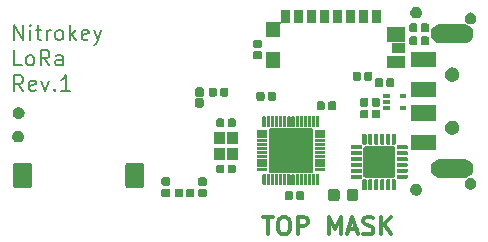
<source format=gbr>
G04 #@! TF.GenerationSoftware,KiCad,Pcbnew,(5.0.1)-4*
G04 #@! TF.CreationDate,2019-05-17T17:50:28+02:00*
G04 #@! TF.ProjectId,nk-LoRa,6E6B2D4C6F52612E6B696361645F7063,R1*
G04 #@! TF.SameCoordinates,PX5f5e100PY5f5e100*
G04 #@! TF.FileFunction,Soldermask,Top*
G04 #@! TF.FilePolarity,Negative*
%FSLAX46Y46*%
G04 Gerber Fmt 4.6, Leading zero omitted, Abs format (unit mm)*
G04 Created by KiCad (PCBNEW (5.0.1)-4) date 17.05.2019 17:50:28*
%MOMM*%
%LPD*%
G01*
G04 APERTURE LIST*
%ADD10C,0.200000*%
%ADD11C,0.300000*%
%ADD12C,0.100000*%
G04 APERTURE END LIST*
D10*
X579523Y13961905D02*
X579523Y15261905D01*
X1322380Y13961905D01*
X1322380Y15261905D01*
X1941428Y13961905D02*
X1941428Y14828572D01*
X1941428Y15261905D02*
X1879523Y15200000D01*
X1941428Y15138096D01*
X2003333Y15200000D01*
X1941428Y15261905D01*
X1941428Y15138096D01*
X2374761Y14828572D02*
X2870000Y14828572D01*
X2560476Y15261905D02*
X2560476Y14147620D01*
X2622380Y14023810D01*
X2746190Y13961905D01*
X2870000Y13961905D01*
X3303333Y13961905D02*
X3303333Y14828572D01*
X3303333Y14580953D02*
X3365238Y14704762D01*
X3427142Y14766667D01*
X3550952Y14828572D01*
X3674761Y14828572D01*
X4293809Y13961905D02*
X4170000Y14023810D01*
X4108095Y14085715D01*
X4046190Y14209524D01*
X4046190Y14580953D01*
X4108095Y14704762D01*
X4170000Y14766667D01*
X4293809Y14828572D01*
X4479523Y14828572D01*
X4603333Y14766667D01*
X4665238Y14704762D01*
X4727142Y14580953D01*
X4727142Y14209524D01*
X4665238Y14085715D01*
X4603333Y14023810D01*
X4479523Y13961905D01*
X4293809Y13961905D01*
X5284285Y13961905D02*
X5284285Y15261905D01*
X5408095Y14457143D02*
X5779523Y13961905D01*
X5779523Y14828572D02*
X5284285Y14333334D01*
X6831904Y14023810D02*
X6708095Y13961905D01*
X6460476Y13961905D01*
X6336666Y14023810D01*
X6274761Y14147620D01*
X6274761Y14642858D01*
X6336666Y14766667D01*
X6460476Y14828572D01*
X6708095Y14828572D01*
X6831904Y14766667D01*
X6893809Y14642858D01*
X6893809Y14519048D01*
X6274761Y14395239D01*
X7327142Y14828572D02*
X7636666Y13961905D01*
X7946190Y14828572D02*
X7636666Y13961905D01*
X7512857Y13652381D01*
X7450952Y13590477D01*
X7327142Y13528572D01*
X1198571Y11811905D02*
X579523Y11811905D01*
X579523Y13111905D01*
X1817619Y11811905D02*
X1693809Y11873810D01*
X1631904Y11935715D01*
X1570000Y12059524D01*
X1570000Y12430953D01*
X1631904Y12554762D01*
X1693809Y12616667D01*
X1817619Y12678572D01*
X2003333Y12678572D01*
X2127142Y12616667D01*
X2189047Y12554762D01*
X2250952Y12430953D01*
X2250952Y12059524D01*
X2189047Y11935715D01*
X2127142Y11873810D01*
X2003333Y11811905D01*
X1817619Y11811905D01*
X3550952Y11811905D02*
X3117619Y12430953D01*
X2808095Y11811905D02*
X2808095Y13111905D01*
X3303333Y13111905D01*
X3427142Y13050000D01*
X3489047Y12988096D01*
X3550952Y12864286D01*
X3550952Y12678572D01*
X3489047Y12554762D01*
X3427142Y12492858D01*
X3303333Y12430953D01*
X2808095Y12430953D01*
X4665238Y11811905D02*
X4665238Y12492858D01*
X4603333Y12616667D01*
X4479523Y12678572D01*
X4231904Y12678572D01*
X4108095Y12616667D01*
X4665238Y11873810D02*
X4541428Y11811905D01*
X4231904Y11811905D01*
X4108095Y11873810D01*
X4046190Y11997620D01*
X4046190Y12121429D01*
X4108095Y12245239D01*
X4231904Y12307143D01*
X4541428Y12307143D01*
X4665238Y12369048D01*
X1322380Y9661905D02*
X889047Y10280953D01*
X579523Y9661905D02*
X579523Y10961905D01*
X1074761Y10961905D01*
X1198571Y10900000D01*
X1260476Y10838096D01*
X1322380Y10714286D01*
X1322380Y10528572D01*
X1260476Y10404762D01*
X1198571Y10342858D01*
X1074761Y10280953D01*
X579523Y10280953D01*
X2374761Y9723810D02*
X2250952Y9661905D01*
X2003333Y9661905D01*
X1879523Y9723810D01*
X1817619Y9847620D01*
X1817619Y10342858D01*
X1879523Y10466667D01*
X2003333Y10528572D01*
X2250952Y10528572D01*
X2374761Y10466667D01*
X2436666Y10342858D01*
X2436666Y10219048D01*
X1817619Y10095239D01*
X2870000Y10528572D02*
X3179523Y9661905D01*
X3489047Y10528572D01*
X3984285Y9785715D02*
X4046190Y9723810D01*
X3984285Y9661905D01*
X3922380Y9723810D01*
X3984285Y9785715D01*
X3984285Y9661905D01*
X5284285Y9661905D02*
X4541428Y9661905D01*
X4912857Y9661905D02*
X4912857Y10961905D01*
X4789047Y10776191D01*
X4665238Y10652381D01*
X4541428Y10590477D01*
D11*
X21630000Y-998571D02*
X22487142Y-998571D01*
X22058571Y-2498571D02*
X22058571Y-998571D01*
X23272857Y-998571D02*
X23558571Y-998571D01*
X23701428Y-1070000D01*
X23844285Y-1212857D01*
X23915714Y-1498571D01*
X23915714Y-1998571D01*
X23844285Y-2284285D01*
X23701428Y-2427142D01*
X23558571Y-2498571D01*
X23272857Y-2498571D01*
X23130000Y-2427142D01*
X22987142Y-2284285D01*
X22915714Y-1998571D01*
X22915714Y-1498571D01*
X22987142Y-1212857D01*
X23130000Y-1070000D01*
X23272857Y-998571D01*
X24558571Y-2498571D02*
X24558571Y-998571D01*
X25130000Y-998571D01*
X25272857Y-1070000D01*
X25344285Y-1141428D01*
X25415714Y-1284285D01*
X25415714Y-1498571D01*
X25344285Y-1641428D01*
X25272857Y-1712857D01*
X25130000Y-1784285D01*
X24558571Y-1784285D01*
X27201428Y-2498571D02*
X27201428Y-998571D01*
X27701428Y-2070000D01*
X28201428Y-998571D01*
X28201428Y-2498571D01*
X28844285Y-2070000D02*
X29558571Y-2070000D01*
X28701428Y-2498571D02*
X29201428Y-998571D01*
X29701428Y-2498571D01*
X30130000Y-2427142D02*
X30344285Y-2498571D01*
X30701428Y-2498571D01*
X30844285Y-2427142D01*
X30915714Y-2355714D01*
X30987142Y-2212857D01*
X30987142Y-2070000D01*
X30915714Y-1927142D01*
X30844285Y-1855714D01*
X30701428Y-1784285D01*
X30415714Y-1712857D01*
X30272857Y-1641428D01*
X30201428Y-1570000D01*
X30130000Y-1427142D01*
X30130000Y-1284285D01*
X30201428Y-1141428D01*
X30272857Y-1070000D01*
X30415714Y-998571D01*
X30772857Y-998571D01*
X30987142Y-1070000D01*
X31630000Y-2498571D02*
X31630000Y-998571D01*
X32487142Y-2498571D02*
X31844285Y-1641428D01*
X32487142Y-998571D02*
X31630000Y-1855714D01*
D12*
G36*
X29513841Y1370437D02*
X29557202Y1357284D01*
X29597159Y1335926D01*
X29632183Y1307183D01*
X29660926Y1272159D01*
X29682284Y1232202D01*
X29695437Y1188841D01*
X29700000Y1142517D01*
X29700000Y557483D01*
X29695437Y511159D01*
X29682284Y467798D01*
X29660926Y427841D01*
X29632183Y392817D01*
X29597159Y364074D01*
X29557202Y342716D01*
X29513841Y329563D01*
X29467517Y325000D01*
X28957483Y325000D01*
X28911159Y329563D01*
X28867798Y342716D01*
X28827841Y364074D01*
X28792817Y392817D01*
X28764074Y427841D01*
X28742716Y467798D01*
X28729563Y511159D01*
X28725000Y557483D01*
X28725000Y1142517D01*
X28729563Y1188841D01*
X28742716Y1232202D01*
X28764074Y1272159D01*
X28792817Y1307183D01*
X28827841Y1335926D01*
X28867798Y1357284D01*
X28911159Y1370437D01*
X28957483Y1375000D01*
X29467517Y1375000D01*
X29513841Y1370437D01*
X29513841Y1370437D01*
G37*
G36*
X27938841Y1370437D02*
X27982202Y1357284D01*
X28022159Y1335926D01*
X28057183Y1307183D01*
X28085926Y1272159D01*
X28107284Y1232202D01*
X28120437Y1188841D01*
X28125000Y1142517D01*
X28125000Y557483D01*
X28120437Y511159D01*
X28107284Y467798D01*
X28085926Y427841D01*
X28057183Y392817D01*
X28022159Y364074D01*
X27982202Y342716D01*
X27938841Y329563D01*
X27892517Y325000D01*
X27382483Y325000D01*
X27336159Y329563D01*
X27292798Y342716D01*
X27252841Y364074D01*
X27217817Y392817D01*
X27189074Y427841D01*
X27167716Y467798D01*
X27154563Y511159D01*
X27150000Y557483D01*
X27150000Y1142517D01*
X27154563Y1188841D01*
X27167716Y1232202D01*
X27189074Y1272159D01*
X27217817Y1307183D01*
X27252841Y1335926D01*
X27292798Y1357284D01*
X27336159Y1370437D01*
X27382483Y1375000D01*
X27892517Y1375000D01*
X27938841Y1370437D01*
X27938841Y1370437D01*
G37*
G36*
X25001191Y1166806D02*
X25031185Y1157708D01*
X25058821Y1142936D01*
X25083051Y1123051D01*
X25102936Y1098821D01*
X25117708Y1071185D01*
X25126806Y1041191D01*
X25130000Y1008767D01*
X25130000Y591233D01*
X25126806Y558809D01*
X25117708Y528815D01*
X25102936Y501179D01*
X25083051Y476949D01*
X25058821Y457064D01*
X25031185Y442292D01*
X25001191Y433194D01*
X24968767Y430000D01*
X24601233Y430000D01*
X24568809Y433194D01*
X24538815Y442292D01*
X24511179Y457064D01*
X24486949Y476949D01*
X24467064Y501179D01*
X24452292Y528815D01*
X24443194Y558809D01*
X24440000Y591233D01*
X24440000Y1008767D01*
X24443194Y1041191D01*
X24452292Y1071185D01*
X24467064Y1098821D01*
X24486949Y1123051D01*
X24511179Y1142936D01*
X24538815Y1157708D01*
X24568809Y1166806D01*
X24601233Y1170000D01*
X24968767Y1170000D01*
X25001191Y1166806D01*
X25001191Y1166806D01*
G37*
G36*
X24031191Y1166806D02*
X24061185Y1157708D01*
X24088821Y1142936D01*
X24113051Y1123051D01*
X24132936Y1098821D01*
X24147708Y1071185D01*
X24156806Y1041191D01*
X24160000Y1008767D01*
X24160000Y591233D01*
X24156806Y558809D01*
X24147708Y528815D01*
X24132936Y501179D01*
X24113051Y476949D01*
X24088821Y457064D01*
X24061185Y442292D01*
X24031191Y433194D01*
X23998767Y430000D01*
X23631233Y430000D01*
X23598809Y433194D01*
X23568815Y442292D01*
X23541179Y457064D01*
X23516949Y476949D01*
X23497064Y501179D01*
X23482292Y528815D01*
X23473194Y558809D01*
X23470000Y591233D01*
X23470000Y1008767D01*
X23473194Y1041191D01*
X23482292Y1071185D01*
X23497064Y1098821D01*
X23516949Y1123051D01*
X23541179Y1142936D01*
X23568815Y1157708D01*
X23598809Y1166806D01*
X23631233Y1170000D01*
X23998767Y1170000D01*
X24031191Y1166806D01*
X24031191Y1166806D01*
G37*
G36*
X15701191Y1376806D02*
X15731185Y1367708D01*
X15758821Y1352936D01*
X15783051Y1333051D01*
X15802936Y1308821D01*
X15817708Y1281185D01*
X15826806Y1251191D01*
X15830000Y1218767D01*
X15830000Y801233D01*
X15826806Y768809D01*
X15817708Y738815D01*
X15802936Y711179D01*
X15783051Y686949D01*
X15758821Y667064D01*
X15731185Y652292D01*
X15701191Y643194D01*
X15668767Y640000D01*
X15301233Y640000D01*
X15268809Y643194D01*
X15238815Y652292D01*
X15211179Y667064D01*
X15186949Y686949D01*
X15167064Y711179D01*
X15152292Y738815D01*
X15143194Y768809D01*
X15140000Y801233D01*
X15140000Y1218767D01*
X15143194Y1251191D01*
X15152292Y1281185D01*
X15167064Y1308821D01*
X15186949Y1333051D01*
X15211179Y1352936D01*
X15238815Y1367708D01*
X15268809Y1376806D01*
X15301233Y1380000D01*
X15668767Y1380000D01*
X15701191Y1376806D01*
X15701191Y1376806D01*
G37*
G36*
X14731191Y1376806D02*
X14761185Y1367708D01*
X14788821Y1352936D01*
X14813051Y1333051D01*
X14832936Y1308821D01*
X14847708Y1281185D01*
X14856806Y1251191D01*
X14860000Y1218767D01*
X14860000Y801233D01*
X14856806Y768809D01*
X14847708Y738815D01*
X14832936Y711179D01*
X14813051Y686949D01*
X14788821Y667064D01*
X14761185Y652292D01*
X14731191Y643194D01*
X14698767Y640000D01*
X14331233Y640000D01*
X14298809Y643194D01*
X14268815Y652292D01*
X14241179Y667064D01*
X14216949Y686949D01*
X14197064Y711179D01*
X14182292Y738815D01*
X14173194Y768809D01*
X14170000Y801233D01*
X14170000Y1218767D01*
X14173194Y1251191D01*
X14182292Y1281185D01*
X14197064Y1308821D01*
X14216949Y1333051D01*
X14241179Y1352936D01*
X14268815Y1367708D01*
X14298809Y1376806D01*
X14331233Y1380000D01*
X14698767Y1380000D01*
X14731191Y1376806D01*
X14731191Y1376806D01*
G37*
G36*
X16741191Y1356806D02*
X16771185Y1347708D01*
X16798821Y1332936D01*
X16823051Y1313051D01*
X16842936Y1288821D01*
X16857708Y1261185D01*
X16866806Y1231191D01*
X16870000Y1198767D01*
X16870000Y831233D01*
X16866806Y798809D01*
X16857708Y768815D01*
X16842936Y741179D01*
X16823051Y716949D01*
X16798821Y697064D01*
X16771185Y682292D01*
X16741191Y673194D01*
X16708767Y670000D01*
X16291233Y670000D01*
X16258809Y673194D01*
X16228815Y682292D01*
X16201179Y697064D01*
X16176949Y716949D01*
X16157064Y741179D01*
X16142292Y768815D01*
X16133194Y798809D01*
X16130000Y831233D01*
X16130000Y1198767D01*
X16133194Y1231191D01*
X16142292Y1261185D01*
X16157064Y1288821D01*
X16176949Y1313051D01*
X16201179Y1332936D01*
X16228815Y1347708D01*
X16258809Y1356806D01*
X16291233Y1360000D01*
X16708767Y1360000D01*
X16741191Y1356806D01*
X16741191Y1356806D01*
G37*
G36*
X13641191Y1356806D02*
X13671185Y1347708D01*
X13698821Y1332936D01*
X13723051Y1313051D01*
X13742936Y1288821D01*
X13757708Y1261185D01*
X13766806Y1231191D01*
X13770000Y1198767D01*
X13770000Y831233D01*
X13766806Y798809D01*
X13757708Y768815D01*
X13742936Y741179D01*
X13723051Y716949D01*
X13698821Y697064D01*
X13671185Y682292D01*
X13641191Y673194D01*
X13608767Y670000D01*
X13191233Y670000D01*
X13158809Y673194D01*
X13128815Y682292D01*
X13101179Y697064D01*
X13076949Y716949D01*
X13057064Y741179D01*
X13042292Y768815D01*
X13033194Y798809D01*
X13030000Y831233D01*
X13030000Y1198767D01*
X13033194Y1231191D01*
X13042292Y1261185D01*
X13057064Y1288821D01*
X13076949Y1313051D01*
X13101179Y1332936D01*
X13128815Y1347708D01*
X13158809Y1356806D01*
X13191233Y1360000D01*
X13608767Y1360000D01*
X13641191Y1356806D01*
X13641191Y1356806D01*
G37*
G36*
X34745845Y1780785D02*
X34829092Y1746303D01*
X34836839Y1743094D01*
X34918730Y1688376D01*
X34988376Y1618730D01*
X34999184Y1602554D01*
X35043094Y1536839D01*
X35080785Y1445845D01*
X35100000Y1349246D01*
X35100000Y1250754D01*
X35080785Y1154155D01*
X35071297Y1131250D01*
X35043094Y1063161D01*
X34999221Y997500D01*
X34988375Y981269D01*
X34918731Y911625D01*
X34836839Y856906D01*
X34745845Y819215D01*
X34649246Y800000D01*
X34550754Y800000D01*
X34454155Y819215D01*
X34363161Y856906D01*
X34281269Y911625D01*
X34211625Y981269D01*
X34200780Y997500D01*
X34156906Y1063161D01*
X34128703Y1131250D01*
X34119215Y1154155D01*
X34100000Y1250754D01*
X34100000Y1349246D01*
X34119215Y1445845D01*
X34156906Y1536839D01*
X34200816Y1602554D01*
X34211624Y1618730D01*
X34281270Y1688376D01*
X34363161Y1743094D01*
X34370908Y1746303D01*
X34454155Y1780785D01*
X34550754Y1800000D01*
X34649246Y1800000D01*
X34745845Y1780785D01*
X34745845Y1780785D01*
G37*
G36*
X31334611Y2163440D02*
X31348653Y2159180D01*
X31361601Y2152260D01*
X31372948Y2142948D01*
X31382260Y2131601D01*
X31389180Y2118653D01*
X31393440Y2104611D01*
X31395000Y2088769D01*
X31395000Y1316231D01*
X31393440Y1300389D01*
X31389180Y1286347D01*
X31382260Y1273399D01*
X31372948Y1262052D01*
X31361601Y1252740D01*
X31348653Y1245820D01*
X31334611Y1241560D01*
X31318769Y1240000D01*
X31121231Y1240000D01*
X31105389Y1241560D01*
X31091347Y1245820D01*
X31078399Y1252740D01*
X31067052Y1262052D01*
X31057740Y1273399D01*
X31050820Y1286347D01*
X31046560Y1300389D01*
X31045000Y1316231D01*
X31045000Y2088769D01*
X31046560Y2104611D01*
X31050820Y2118653D01*
X31057740Y2131601D01*
X31067052Y2142948D01*
X31078399Y2152260D01*
X31091347Y2159180D01*
X31105389Y2163440D01*
X31121231Y2165000D01*
X31318769Y2165000D01*
X31334611Y2163440D01*
X31334611Y2163440D01*
G37*
G36*
X30334611Y2163440D02*
X30348653Y2159180D01*
X30361601Y2152260D01*
X30372948Y2142948D01*
X30382260Y2131601D01*
X30389180Y2118653D01*
X30393440Y2104611D01*
X30395000Y2088769D01*
X30395000Y1316231D01*
X30393440Y1300389D01*
X30389180Y1286347D01*
X30382260Y1273399D01*
X30372948Y1262052D01*
X30361601Y1252740D01*
X30348653Y1245820D01*
X30334611Y1241560D01*
X30318769Y1240000D01*
X30121231Y1240000D01*
X30105389Y1241560D01*
X30091347Y1245820D01*
X30078399Y1252740D01*
X30067052Y1262052D01*
X30057740Y1273399D01*
X30050820Y1286347D01*
X30046560Y1300389D01*
X30045000Y1316231D01*
X30045000Y2088769D01*
X30046560Y2104611D01*
X30050820Y2118653D01*
X30057740Y2131601D01*
X30067052Y2142948D01*
X30078399Y2152260D01*
X30091347Y2159180D01*
X30105389Y2163440D01*
X30121231Y2165000D01*
X30318769Y2165000D01*
X30334611Y2163440D01*
X30334611Y2163440D01*
G37*
G36*
X30834611Y2163440D02*
X30848653Y2159180D01*
X30861601Y2152260D01*
X30872948Y2142948D01*
X30882260Y2131601D01*
X30889180Y2118653D01*
X30893440Y2104611D01*
X30895000Y2088769D01*
X30895000Y1316231D01*
X30893440Y1300389D01*
X30889180Y1286347D01*
X30882260Y1273399D01*
X30872948Y1262052D01*
X30861601Y1252740D01*
X30848653Y1245820D01*
X30834611Y1241560D01*
X30818769Y1240000D01*
X30621231Y1240000D01*
X30605389Y1241560D01*
X30591347Y1245820D01*
X30578399Y1252740D01*
X30567052Y1262052D01*
X30557740Y1273399D01*
X30550820Y1286347D01*
X30546560Y1300389D01*
X30545000Y1316231D01*
X30545000Y2088769D01*
X30546560Y2104611D01*
X30550820Y2118653D01*
X30557740Y2131601D01*
X30567052Y2142948D01*
X30578399Y2152260D01*
X30591347Y2159180D01*
X30605389Y2163440D01*
X30621231Y2165000D01*
X30818769Y2165000D01*
X30834611Y2163440D01*
X30834611Y2163440D01*
G37*
G36*
X31834611Y2163440D02*
X31848653Y2159180D01*
X31861601Y2152260D01*
X31872948Y2142948D01*
X31882260Y2131601D01*
X31889180Y2118653D01*
X31893440Y2104611D01*
X31895000Y2088769D01*
X31895000Y1316231D01*
X31893440Y1300389D01*
X31889180Y1286347D01*
X31882260Y1273399D01*
X31872948Y1262052D01*
X31861601Y1252740D01*
X31848653Y1245820D01*
X31834611Y1241560D01*
X31818769Y1240000D01*
X31621231Y1240000D01*
X31605389Y1241560D01*
X31591347Y1245820D01*
X31578399Y1252740D01*
X31567052Y1262052D01*
X31557740Y1273399D01*
X31550820Y1286347D01*
X31546560Y1300389D01*
X31545000Y1316231D01*
X31545000Y2088769D01*
X31546560Y2104611D01*
X31550820Y2118653D01*
X31557740Y2131601D01*
X31567052Y2142948D01*
X31578399Y2152260D01*
X31591347Y2159180D01*
X31605389Y2163440D01*
X31621231Y2165000D01*
X31818769Y2165000D01*
X31834611Y2163440D01*
X31834611Y2163440D01*
G37*
G36*
X32334611Y2163440D02*
X32348653Y2159180D01*
X32361601Y2152260D01*
X32372948Y2142948D01*
X32382260Y2131601D01*
X32389180Y2118653D01*
X32393440Y2104611D01*
X32395000Y2088769D01*
X32395000Y1316231D01*
X32393440Y1300389D01*
X32389180Y1286347D01*
X32382260Y1273399D01*
X32372948Y1262052D01*
X32361601Y1252740D01*
X32348653Y1245820D01*
X32334611Y1241560D01*
X32318769Y1240000D01*
X32121231Y1240000D01*
X32105389Y1241560D01*
X32091347Y1245820D01*
X32078399Y1252740D01*
X32067052Y1262052D01*
X32057740Y1273399D01*
X32050820Y1286347D01*
X32046560Y1300389D01*
X32045000Y1316231D01*
X32045000Y2088769D01*
X32046560Y2104611D01*
X32050820Y2118653D01*
X32057740Y2131601D01*
X32067052Y2142948D01*
X32078399Y2152260D01*
X32091347Y2159180D01*
X32105389Y2163440D01*
X32121231Y2165000D01*
X32318769Y2165000D01*
X32334611Y2163440D01*
X32334611Y2163440D01*
G37*
G36*
X32834611Y2163440D02*
X32848653Y2159180D01*
X32861601Y2152260D01*
X32872948Y2142948D01*
X32882260Y2131601D01*
X32889180Y2118653D01*
X32893440Y2104611D01*
X32895000Y2088769D01*
X32895000Y1316231D01*
X32893440Y1300389D01*
X32889180Y1286347D01*
X32882260Y1273399D01*
X32872948Y1262052D01*
X32861601Y1252740D01*
X32848653Y1245820D01*
X32834611Y1241560D01*
X32818769Y1240000D01*
X32621231Y1240000D01*
X32605389Y1241560D01*
X32591347Y1245820D01*
X32578399Y1252740D01*
X32567052Y1262052D01*
X32557740Y1273399D01*
X32550820Y1286347D01*
X32546560Y1300389D01*
X32545000Y1316231D01*
X32545000Y2088769D01*
X32546560Y2104611D01*
X32550820Y2118653D01*
X32557740Y2131601D01*
X32567052Y2142948D01*
X32578399Y2152260D01*
X32591347Y2159180D01*
X32605389Y2163440D01*
X32621231Y2165000D01*
X32818769Y2165000D01*
X32834611Y2163440D01*
X32834611Y2163440D01*
G37*
G36*
X39345845Y2280785D02*
X39436839Y2243094D01*
X39514574Y2191153D01*
X39518731Y2188375D01*
X39588375Y2118731D01*
X39643094Y2036839D01*
X39680785Y1945845D01*
X39700000Y1849246D01*
X39700000Y1750754D01*
X39680785Y1654155D01*
X39643094Y1563161D01*
X39588376Y1481270D01*
X39518730Y1411624D01*
X39456908Y1370316D01*
X39436839Y1356906D01*
X39345845Y1319215D01*
X39249246Y1300000D01*
X39150754Y1300000D01*
X39054155Y1319215D01*
X38963161Y1356906D01*
X38943092Y1370316D01*
X38881270Y1411624D01*
X38811624Y1481270D01*
X38756906Y1563161D01*
X38719215Y1654155D01*
X38700000Y1750754D01*
X38700000Y1849246D01*
X38719215Y1945845D01*
X38756906Y2036839D01*
X38811625Y2118731D01*
X38881269Y2188375D01*
X38885427Y2191153D01*
X38963161Y2243094D01*
X39054155Y2280785D01*
X39150754Y2300000D01*
X39249246Y2300000D01*
X39345845Y2280785D01*
X39345845Y2280785D01*
G37*
G36*
X11427446Y3546239D02*
X11462975Y3535462D01*
X11495714Y3517963D01*
X11524411Y3494411D01*
X11547963Y3465714D01*
X11565462Y3432975D01*
X11576239Y3397446D01*
X11580000Y3359267D01*
X11580000Y1640733D01*
X11576239Y1602554D01*
X11565462Y1567025D01*
X11547963Y1534286D01*
X11524411Y1505589D01*
X11495714Y1482037D01*
X11462975Y1464538D01*
X11427446Y1453761D01*
X11389267Y1450000D01*
X10170733Y1450000D01*
X10132554Y1453761D01*
X10097025Y1464538D01*
X10064286Y1482037D01*
X10035589Y1505589D01*
X10012037Y1534286D01*
X9994538Y1567025D01*
X9983761Y1602554D01*
X9980000Y1640733D01*
X9980000Y3359267D01*
X9983761Y3397446D01*
X9994538Y3432975D01*
X10012037Y3465714D01*
X10035589Y3494411D01*
X10064286Y3517963D01*
X10097025Y3535462D01*
X10132554Y3546239D01*
X10170733Y3550000D01*
X11389267Y3550000D01*
X11427446Y3546239D01*
X11427446Y3546239D01*
G37*
G36*
X1927446Y3546239D02*
X1962975Y3535462D01*
X1995714Y3517963D01*
X2024411Y3494411D01*
X2047963Y3465714D01*
X2065462Y3432975D01*
X2076239Y3397446D01*
X2080000Y3359267D01*
X2080000Y1640733D01*
X2076239Y1602554D01*
X2065462Y1567025D01*
X2047963Y1534286D01*
X2024411Y1505589D01*
X1995714Y1482037D01*
X1962975Y1464538D01*
X1927446Y1453761D01*
X1889267Y1450000D01*
X670733Y1450000D01*
X632554Y1453761D01*
X597025Y1464538D01*
X564286Y1482037D01*
X535589Y1505589D01*
X512037Y1534286D01*
X494538Y1567025D01*
X483761Y1602554D01*
X480000Y1640733D01*
X480000Y3359267D01*
X483761Y3397446D01*
X494538Y3432975D01*
X512037Y3465714D01*
X535589Y3494411D01*
X564286Y3517963D01*
X597025Y3535462D01*
X632554Y3546239D01*
X670733Y3550000D01*
X1889267Y3550000D01*
X1927446Y3546239D01*
X1927446Y3546239D01*
G37*
G36*
X16741191Y2326806D02*
X16771185Y2317708D01*
X16798821Y2302936D01*
X16823051Y2283051D01*
X16842936Y2258821D01*
X16857708Y2231185D01*
X16866806Y2201191D01*
X16870000Y2168767D01*
X16870000Y1801233D01*
X16866806Y1768809D01*
X16857708Y1738815D01*
X16842936Y1711179D01*
X16823051Y1686949D01*
X16798821Y1667064D01*
X16771185Y1652292D01*
X16741191Y1643194D01*
X16708767Y1640000D01*
X16291233Y1640000D01*
X16258809Y1643194D01*
X16228815Y1652292D01*
X16201179Y1667064D01*
X16176949Y1686949D01*
X16157064Y1711179D01*
X16142292Y1738815D01*
X16133194Y1768809D01*
X16130000Y1801233D01*
X16130000Y2168767D01*
X16133194Y2201191D01*
X16142292Y2231185D01*
X16157064Y2258821D01*
X16176949Y2283051D01*
X16201179Y2302936D01*
X16228815Y2317708D01*
X16258809Y2326806D01*
X16291233Y2330000D01*
X16708767Y2330000D01*
X16741191Y2326806D01*
X16741191Y2326806D01*
G37*
G36*
X13641191Y2326806D02*
X13671185Y2317708D01*
X13698821Y2302936D01*
X13723051Y2283051D01*
X13742936Y2258821D01*
X13757708Y2231185D01*
X13766806Y2201191D01*
X13770000Y2168767D01*
X13770000Y1801233D01*
X13766806Y1768809D01*
X13757708Y1738815D01*
X13742936Y1711179D01*
X13723051Y1686949D01*
X13698821Y1667064D01*
X13671185Y1652292D01*
X13641191Y1643194D01*
X13608767Y1640000D01*
X13191233Y1640000D01*
X13158809Y1643194D01*
X13128815Y1652292D01*
X13101179Y1667064D01*
X13076949Y1686949D01*
X13057064Y1711179D01*
X13042292Y1738815D01*
X13033194Y1768809D01*
X13030000Y1801233D01*
X13030000Y2168767D01*
X13033194Y2201191D01*
X13042292Y2231185D01*
X13057064Y2258821D01*
X13076949Y2283051D01*
X13101179Y2302936D01*
X13128815Y2317708D01*
X13158809Y2326806D01*
X13191233Y2330000D01*
X13608767Y2330000D01*
X13641191Y2326806D01*
X13641191Y2326806D01*
G37*
G36*
X24268697Y2598776D02*
X24279456Y2595512D01*
X24289379Y2590208D01*
X24298073Y2583073D01*
X24305208Y2574379D01*
X24310512Y2564456D01*
X24313776Y2553697D01*
X24315000Y2541269D01*
X24315000Y1758731D01*
X24313776Y1746303D01*
X24310512Y1735544D01*
X24305208Y1725621D01*
X24298073Y1716927D01*
X24289379Y1709792D01*
X24279456Y1704488D01*
X24268697Y1701224D01*
X24256269Y1700000D01*
X24093731Y1700000D01*
X24081303Y1701224D01*
X24070544Y1704488D01*
X24060621Y1709792D01*
X24051927Y1716927D01*
X24044792Y1725621D01*
X24039488Y1735544D01*
X24036224Y1746303D01*
X24035000Y1758731D01*
X24035000Y2541269D01*
X24036224Y2553697D01*
X24039488Y2564456D01*
X24044792Y2574379D01*
X24051927Y2583073D01*
X24060621Y2590208D01*
X24070544Y2595512D01*
X24081303Y2598776D01*
X24093731Y2600000D01*
X24256269Y2600000D01*
X24268697Y2598776D01*
X24268697Y2598776D01*
G37*
G36*
X21818697Y2598776D02*
X21829456Y2595512D01*
X21839379Y2590208D01*
X21848073Y2583073D01*
X21855208Y2574379D01*
X21860512Y2564456D01*
X21863776Y2553697D01*
X21865000Y2541269D01*
X21865000Y1758731D01*
X21863776Y1746303D01*
X21860512Y1735544D01*
X21855208Y1725621D01*
X21848073Y1716927D01*
X21839379Y1709792D01*
X21829456Y1704488D01*
X21818697Y1701224D01*
X21806269Y1700000D01*
X21643731Y1700000D01*
X21631303Y1701224D01*
X21620544Y1704488D01*
X21610621Y1709792D01*
X21601927Y1716927D01*
X21594792Y1725621D01*
X21589488Y1735544D01*
X21586224Y1746303D01*
X21585000Y1758731D01*
X21585000Y2541269D01*
X21586224Y2553697D01*
X21589488Y2564456D01*
X21594792Y2574379D01*
X21601927Y2583073D01*
X21610621Y2590208D01*
X21620544Y2595512D01*
X21631303Y2598776D01*
X21643731Y2600000D01*
X21806269Y2600000D01*
X21818697Y2598776D01*
X21818697Y2598776D01*
G37*
G36*
X22168697Y2598776D02*
X22179456Y2595512D01*
X22189379Y2590208D01*
X22198073Y2583073D01*
X22205208Y2574379D01*
X22210512Y2564456D01*
X22213776Y2553697D01*
X22215000Y2541269D01*
X22215000Y1758731D01*
X22213776Y1746303D01*
X22210512Y1735544D01*
X22205208Y1725621D01*
X22198073Y1716927D01*
X22189379Y1709792D01*
X22179456Y1704488D01*
X22168697Y1701224D01*
X22156269Y1700000D01*
X21993731Y1700000D01*
X21981303Y1701224D01*
X21970544Y1704488D01*
X21960621Y1709792D01*
X21951927Y1716927D01*
X21944792Y1725621D01*
X21939488Y1735544D01*
X21936224Y1746303D01*
X21935000Y1758731D01*
X21935000Y2541269D01*
X21936224Y2553697D01*
X21939488Y2564456D01*
X21944792Y2574379D01*
X21951927Y2583073D01*
X21960621Y2590208D01*
X21970544Y2595512D01*
X21981303Y2598776D01*
X21993731Y2600000D01*
X22156269Y2600000D01*
X22168697Y2598776D01*
X22168697Y2598776D01*
G37*
G36*
X22518697Y2598776D02*
X22529456Y2595512D01*
X22539379Y2590208D01*
X22548073Y2583073D01*
X22555208Y2574379D01*
X22560512Y2564456D01*
X22563776Y2553697D01*
X22565000Y2541269D01*
X22565000Y1758731D01*
X22563776Y1746303D01*
X22560512Y1735544D01*
X22555208Y1725621D01*
X22548073Y1716927D01*
X22539379Y1709792D01*
X22529456Y1704488D01*
X22518697Y1701224D01*
X22506269Y1700000D01*
X22343731Y1700000D01*
X22331303Y1701224D01*
X22320544Y1704488D01*
X22310621Y1709792D01*
X22301927Y1716927D01*
X22294792Y1725621D01*
X22289488Y1735544D01*
X22286224Y1746303D01*
X22285000Y1758731D01*
X22285000Y2541269D01*
X22286224Y2553697D01*
X22289488Y2564456D01*
X22294792Y2574379D01*
X22301927Y2583073D01*
X22310621Y2590208D01*
X22320544Y2595512D01*
X22331303Y2598776D01*
X22343731Y2600000D01*
X22506269Y2600000D01*
X22518697Y2598776D01*
X22518697Y2598776D01*
G37*
G36*
X22868697Y2598776D02*
X22879456Y2595512D01*
X22889379Y2590208D01*
X22898073Y2583073D01*
X22905208Y2574379D01*
X22910512Y2564456D01*
X22913776Y2553697D01*
X22915000Y2541269D01*
X22915000Y1758731D01*
X22913776Y1746303D01*
X22910512Y1735544D01*
X22905208Y1725621D01*
X22898073Y1716927D01*
X22889379Y1709792D01*
X22879456Y1704488D01*
X22868697Y1701224D01*
X22856269Y1700000D01*
X22693731Y1700000D01*
X22681303Y1701224D01*
X22670544Y1704488D01*
X22660621Y1709792D01*
X22651927Y1716927D01*
X22644792Y1725621D01*
X22639488Y1735544D01*
X22636224Y1746303D01*
X22635000Y1758731D01*
X22635000Y2541269D01*
X22636224Y2553697D01*
X22639488Y2564456D01*
X22644792Y2574379D01*
X22651927Y2583073D01*
X22660621Y2590208D01*
X22670544Y2595512D01*
X22681303Y2598776D01*
X22693731Y2600000D01*
X22856269Y2600000D01*
X22868697Y2598776D01*
X22868697Y2598776D01*
G37*
G36*
X23218697Y2598776D02*
X23229456Y2595512D01*
X23239379Y2590208D01*
X23248073Y2583073D01*
X23255208Y2574379D01*
X23260512Y2564456D01*
X23263776Y2553697D01*
X23265000Y2541269D01*
X23265000Y1758731D01*
X23263776Y1746303D01*
X23260512Y1735544D01*
X23255208Y1725621D01*
X23248073Y1716927D01*
X23239379Y1709792D01*
X23229456Y1704488D01*
X23218697Y1701224D01*
X23206269Y1700000D01*
X23043731Y1700000D01*
X23031303Y1701224D01*
X23020544Y1704488D01*
X23010621Y1709792D01*
X23001927Y1716927D01*
X22994792Y1725621D01*
X22989488Y1735544D01*
X22986224Y1746303D01*
X22985000Y1758731D01*
X22985000Y2541269D01*
X22986224Y2553697D01*
X22989488Y2564456D01*
X22994792Y2574379D01*
X23001927Y2583073D01*
X23010621Y2590208D01*
X23020544Y2595512D01*
X23031303Y2598776D01*
X23043731Y2600000D01*
X23206269Y2600000D01*
X23218697Y2598776D01*
X23218697Y2598776D01*
G37*
G36*
X23568697Y2598776D02*
X23579456Y2595512D01*
X23589379Y2590208D01*
X23598073Y2583073D01*
X23605208Y2574379D01*
X23610512Y2564456D01*
X23613776Y2553697D01*
X23615000Y2541269D01*
X23615000Y1758731D01*
X23613776Y1746303D01*
X23610512Y1735544D01*
X23605208Y1725621D01*
X23598073Y1716927D01*
X23589379Y1709792D01*
X23579456Y1704488D01*
X23568697Y1701224D01*
X23556269Y1700000D01*
X23393731Y1700000D01*
X23381303Y1701224D01*
X23370544Y1704488D01*
X23360621Y1709792D01*
X23351927Y1716927D01*
X23344792Y1725621D01*
X23339488Y1735544D01*
X23336224Y1746303D01*
X23335000Y1758731D01*
X23335000Y2541269D01*
X23336224Y2553697D01*
X23339488Y2564456D01*
X23344792Y2574379D01*
X23351927Y2583073D01*
X23360621Y2590208D01*
X23370544Y2595512D01*
X23381303Y2598776D01*
X23393731Y2600000D01*
X23556269Y2600000D01*
X23568697Y2598776D01*
X23568697Y2598776D01*
G37*
G36*
X23918697Y2598776D02*
X23929456Y2595512D01*
X23939379Y2590208D01*
X23948073Y2583073D01*
X23955208Y2574379D01*
X23960512Y2564456D01*
X23963776Y2553697D01*
X23965000Y2541269D01*
X23965000Y1758731D01*
X23963776Y1746303D01*
X23960512Y1735544D01*
X23955208Y1725621D01*
X23948073Y1716927D01*
X23939379Y1709792D01*
X23929456Y1704488D01*
X23918697Y1701224D01*
X23906269Y1700000D01*
X23743731Y1700000D01*
X23731303Y1701224D01*
X23720544Y1704488D01*
X23710621Y1709792D01*
X23701927Y1716927D01*
X23694792Y1725621D01*
X23689488Y1735544D01*
X23686224Y1746303D01*
X23685000Y1758731D01*
X23685000Y2541269D01*
X23686224Y2553697D01*
X23689488Y2564456D01*
X23694792Y2574379D01*
X23701927Y2583073D01*
X23710621Y2590208D01*
X23720544Y2595512D01*
X23731303Y2598776D01*
X23743731Y2600000D01*
X23906269Y2600000D01*
X23918697Y2598776D01*
X23918697Y2598776D01*
G37*
G36*
X24618697Y2598776D02*
X24629456Y2595512D01*
X24639379Y2590208D01*
X24648073Y2583073D01*
X24655208Y2574379D01*
X24660512Y2564456D01*
X24663776Y2553697D01*
X24665000Y2541269D01*
X24665000Y1758731D01*
X24663776Y1746303D01*
X24660512Y1735544D01*
X24655208Y1725621D01*
X24648073Y1716927D01*
X24639379Y1709792D01*
X24629456Y1704488D01*
X24618697Y1701224D01*
X24606269Y1700000D01*
X24443731Y1700000D01*
X24431303Y1701224D01*
X24420544Y1704488D01*
X24410621Y1709792D01*
X24401927Y1716927D01*
X24394792Y1725621D01*
X24389488Y1735544D01*
X24386224Y1746303D01*
X24385000Y1758731D01*
X24385000Y2541269D01*
X24386224Y2553697D01*
X24389488Y2564456D01*
X24394792Y2574379D01*
X24401927Y2583073D01*
X24410621Y2590208D01*
X24420544Y2595512D01*
X24431303Y2598776D01*
X24443731Y2600000D01*
X24606269Y2600000D01*
X24618697Y2598776D01*
X24618697Y2598776D01*
G37*
G36*
X24968697Y2598776D02*
X24979456Y2595512D01*
X24989379Y2590208D01*
X24998073Y2583073D01*
X25005208Y2574379D01*
X25010512Y2564456D01*
X25013776Y2553697D01*
X25015000Y2541269D01*
X25015000Y1758731D01*
X25013776Y1746303D01*
X25010512Y1735544D01*
X25005208Y1725621D01*
X24998073Y1716927D01*
X24989379Y1709792D01*
X24979456Y1704488D01*
X24968697Y1701224D01*
X24956269Y1700000D01*
X24793731Y1700000D01*
X24781303Y1701224D01*
X24770544Y1704488D01*
X24760621Y1709792D01*
X24751927Y1716927D01*
X24744792Y1725621D01*
X24739488Y1735544D01*
X24736224Y1746303D01*
X24735000Y1758731D01*
X24735000Y2541269D01*
X24736224Y2553697D01*
X24739488Y2564456D01*
X24744792Y2574379D01*
X24751927Y2583073D01*
X24760621Y2590208D01*
X24770544Y2595512D01*
X24781303Y2598776D01*
X24793731Y2600000D01*
X24956269Y2600000D01*
X24968697Y2598776D01*
X24968697Y2598776D01*
G37*
G36*
X25318697Y2598776D02*
X25329456Y2595512D01*
X25339379Y2590208D01*
X25348073Y2583073D01*
X25355208Y2574379D01*
X25360512Y2564456D01*
X25363776Y2553697D01*
X25365000Y2541269D01*
X25365000Y1758731D01*
X25363776Y1746303D01*
X25360512Y1735544D01*
X25355208Y1725621D01*
X25348073Y1716927D01*
X25339379Y1709792D01*
X25329456Y1704488D01*
X25318697Y1701224D01*
X25306269Y1700000D01*
X25143731Y1700000D01*
X25131303Y1701224D01*
X25120544Y1704488D01*
X25110621Y1709792D01*
X25101927Y1716927D01*
X25094792Y1725621D01*
X25089488Y1735544D01*
X25086224Y1746303D01*
X25085000Y1758731D01*
X25085000Y2541269D01*
X25086224Y2553697D01*
X25089488Y2564456D01*
X25094792Y2574379D01*
X25101927Y2583073D01*
X25110621Y2590208D01*
X25120544Y2595512D01*
X25131303Y2598776D01*
X25143731Y2600000D01*
X25306269Y2600000D01*
X25318697Y2598776D01*
X25318697Y2598776D01*
G37*
G36*
X25668697Y2598776D02*
X25679456Y2595512D01*
X25689379Y2590208D01*
X25698073Y2583073D01*
X25705208Y2574379D01*
X25710512Y2564456D01*
X25713776Y2553697D01*
X25715000Y2541269D01*
X25715000Y1758731D01*
X25713776Y1746303D01*
X25710512Y1735544D01*
X25705208Y1725621D01*
X25698073Y1716927D01*
X25689379Y1709792D01*
X25679456Y1704488D01*
X25668697Y1701224D01*
X25656269Y1700000D01*
X25493731Y1700000D01*
X25481303Y1701224D01*
X25470544Y1704488D01*
X25460621Y1709792D01*
X25451927Y1716927D01*
X25444792Y1725621D01*
X25439488Y1735544D01*
X25436224Y1746303D01*
X25435000Y1758731D01*
X25435000Y2541269D01*
X25436224Y2553697D01*
X25439488Y2564456D01*
X25444792Y2574379D01*
X25451927Y2583073D01*
X25460621Y2590208D01*
X25470544Y2595512D01*
X25481303Y2598776D01*
X25493731Y2600000D01*
X25656269Y2600000D01*
X25668697Y2598776D01*
X25668697Y2598776D01*
G37*
G36*
X26018697Y2598776D02*
X26029456Y2595512D01*
X26039379Y2590208D01*
X26048073Y2583073D01*
X26055208Y2574379D01*
X26060512Y2564456D01*
X26063776Y2553697D01*
X26065000Y2541269D01*
X26065000Y1758731D01*
X26063776Y1746303D01*
X26060512Y1735544D01*
X26055208Y1725621D01*
X26048073Y1716927D01*
X26039379Y1709792D01*
X26029456Y1704488D01*
X26018697Y1701224D01*
X26006269Y1700000D01*
X25843731Y1700000D01*
X25831303Y1701224D01*
X25820544Y1704488D01*
X25810621Y1709792D01*
X25801927Y1716927D01*
X25794792Y1725621D01*
X25789488Y1735544D01*
X25786224Y1746303D01*
X25785000Y1758731D01*
X25785000Y2541269D01*
X25786224Y2553697D01*
X25789488Y2564456D01*
X25794792Y2574379D01*
X25801927Y2583073D01*
X25810621Y2590208D01*
X25820544Y2595512D01*
X25831303Y2598776D01*
X25843731Y2600000D01*
X26006269Y2600000D01*
X26018697Y2598776D01*
X26018697Y2598776D01*
G37*
G36*
X26368697Y2598776D02*
X26379456Y2595512D01*
X26389379Y2590208D01*
X26398073Y2583073D01*
X26405208Y2574379D01*
X26410512Y2564456D01*
X26413776Y2553697D01*
X26415000Y2541269D01*
X26415000Y1758731D01*
X26413776Y1746303D01*
X26410512Y1735544D01*
X26405208Y1725621D01*
X26398073Y1716927D01*
X26389379Y1709792D01*
X26379456Y1704488D01*
X26368697Y1701224D01*
X26356269Y1700000D01*
X26193731Y1700000D01*
X26181303Y1701224D01*
X26170544Y1704488D01*
X26160621Y1709792D01*
X26151927Y1716927D01*
X26144792Y1725621D01*
X26139488Y1735544D01*
X26136224Y1746303D01*
X26135000Y1758731D01*
X26135000Y2541269D01*
X26136224Y2553697D01*
X26139488Y2564456D01*
X26144792Y2574379D01*
X26151927Y2583073D01*
X26160621Y2590208D01*
X26170544Y2595512D01*
X26181303Y2598776D01*
X26193731Y2600000D01*
X26356269Y2600000D01*
X26368697Y2598776D01*
X26368697Y2598776D01*
G37*
G36*
X29934611Y2563440D02*
X29948653Y2559180D01*
X29961601Y2552260D01*
X29972948Y2542948D01*
X29982260Y2531601D01*
X29989180Y2518653D01*
X29993440Y2504611D01*
X29995000Y2488769D01*
X29995000Y2291231D01*
X29993440Y2275389D01*
X29989180Y2261347D01*
X29982260Y2248399D01*
X29972948Y2237052D01*
X29961601Y2227740D01*
X29948653Y2220820D01*
X29934611Y2216560D01*
X29918769Y2215000D01*
X29146231Y2215000D01*
X29130389Y2216560D01*
X29116347Y2220820D01*
X29103399Y2227740D01*
X29092052Y2237052D01*
X29082740Y2248399D01*
X29075820Y2261347D01*
X29071560Y2275389D01*
X29070000Y2291231D01*
X29070000Y2488769D01*
X29071560Y2504611D01*
X29075820Y2518653D01*
X29082740Y2531601D01*
X29092052Y2542948D01*
X29103399Y2552260D01*
X29116347Y2559180D01*
X29130389Y2563440D01*
X29146231Y2565000D01*
X29918769Y2565000D01*
X29934611Y2563440D01*
X29934611Y2563440D01*
G37*
G36*
X33809611Y2563440D02*
X33823653Y2559180D01*
X33836601Y2552260D01*
X33847948Y2542948D01*
X33857260Y2531601D01*
X33864180Y2518653D01*
X33868440Y2504611D01*
X33870000Y2488769D01*
X33870000Y2291231D01*
X33868440Y2275389D01*
X33864180Y2261347D01*
X33857260Y2248399D01*
X33847948Y2237052D01*
X33836601Y2227740D01*
X33823653Y2220820D01*
X33809611Y2216560D01*
X33793769Y2215000D01*
X33021231Y2215000D01*
X33005389Y2216560D01*
X32991347Y2220820D01*
X32978399Y2227740D01*
X32967052Y2237052D01*
X32957740Y2248399D01*
X32950820Y2261347D01*
X32946560Y2275389D01*
X32945000Y2291231D01*
X32945000Y2488769D01*
X32946560Y2504611D01*
X32950820Y2518653D01*
X32957740Y2531601D01*
X32967052Y2542948D01*
X32978399Y2552260D01*
X32991347Y2559180D01*
X33005389Y2563440D01*
X33021231Y2565000D01*
X33793769Y2565000D01*
X33809611Y2563440D01*
X33809611Y2563440D01*
G37*
G36*
X32627262Y4985280D02*
X32672156Y4971662D01*
X32713527Y4949549D01*
X32749789Y4919789D01*
X32779549Y4883527D01*
X32801662Y4842156D01*
X32815280Y4797262D01*
X32820000Y4749344D01*
X32820000Y2530656D01*
X32815280Y2482738D01*
X32801662Y2437844D01*
X32779549Y2396473D01*
X32749789Y2360211D01*
X32713527Y2330451D01*
X32672156Y2308338D01*
X32627262Y2294720D01*
X32579344Y2290000D01*
X30360656Y2290000D01*
X30312738Y2294720D01*
X30267844Y2308338D01*
X30226473Y2330451D01*
X30190211Y2360211D01*
X30160451Y2396473D01*
X30138338Y2437844D01*
X30124720Y2482738D01*
X30120000Y2530656D01*
X30120000Y4749344D01*
X30124720Y4797262D01*
X30138338Y4842156D01*
X30160451Y4883527D01*
X30190211Y4919789D01*
X30226473Y4949549D01*
X30267844Y4971662D01*
X30312738Y4985280D01*
X30360656Y4990000D01*
X32579344Y4990000D01*
X32627262Y4985280D01*
X32627262Y4985280D01*
G37*
G36*
X38794609Y3882826D02*
X38945517Y3837048D01*
X39084595Y3762710D01*
X39206497Y3662667D01*
X39306540Y3540765D01*
X39380878Y3401687D01*
X39426656Y3250779D01*
X39442113Y3093840D01*
X39426656Y2936901D01*
X39380878Y2785993D01*
X39306540Y2646915D01*
X39206497Y2525013D01*
X39084595Y2424970D01*
X38945517Y2350632D01*
X38794609Y2304854D01*
X38676994Y2293270D01*
X36599366Y2293270D01*
X36481751Y2304854D01*
X36330843Y2350632D01*
X36191765Y2424970D01*
X36069863Y2525013D01*
X35969820Y2646915D01*
X35895482Y2785993D01*
X35849704Y2936901D01*
X35834247Y3093840D01*
X35849704Y3250779D01*
X35895482Y3401687D01*
X35969820Y3540765D01*
X36069863Y3662667D01*
X36191765Y3762710D01*
X36330843Y3837048D01*
X36481751Y3882826D01*
X36599366Y3894410D01*
X38676994Y3894410D01*
X38794609Y3882826D01*
X38794609Y3882826D01*
G37*
G36*
X19201191Y3416806D02*
X19231185Y3407708D01*
X19258821Y3392936D01*
X19283051Y3373051D01*
X19302936Y3348821D01*
X19317708Y3321185D01*
X19326806Y3291191D01*
X19330000Y3258767D01*
X19330000Y2841233D01*
X19326806Y2808809D01*
X19317708Y2778815D01*
X19302936Y2751179D01*
X19283051Y2726949D01*
X19258821Y2707064D01*
X19231185Y2692292D01*
X19201191Y2683194D01*
X19168767Y2680000D01*
X18801233Y2680000D01*
X18768809Y2683194D01*
X18738815Y2692292D01*
X18711179Y2707064D01*
X18686949Y2726949D01*
X18667064Y2751179D01*
X18652292Y2778815D01*
X18643194Y2808809D01*
X18640000Y2841233D01*
X18640000Y3258767D01*
X18643194Y3291191D01*
X18652292Y3321185D01*
X18667064Y3348821D01*
X18686949Y3373051D01*
X18711179Y3392936D01*
X18738815Y3407708D01*
X18768809Y3416806D01*
X18801233Y3420000D01*
X19168767Y3420000D01*
X19201191Y3416806D01*
X19201191Y3416806D01*
G37*
G36*
X18231191Y3416806D02*
X18261185Y3407708D01*
X18288821Y3392936D01*
X18313051Y3373051D01*
X18332936Y3348821D01*
X18347708Y3321185D01*
X18356806Y3291191D01*
X18360000Y3258767D01*
X18360000Y2841233D01*
X18356806Y2808809D01*
X18347708Y2778815D01*
X18332936Y2751179D01*
X18313051Y2726949D01*
X18288821Y2707064D01*
X18261185Y2692292D01*
X18231191Y2683194D01*
X18198767Y2680000D01*
X17831233Y2680000D01*
X17798809Y2683194D01*
X17768815Y2692292D01*
X17741179Y2707064D01*
X17716949Y2726949D01*
X17697064Y2751179D01*
X17682292Y2778815D01*
X17673194Y2808809D01*
X17670000Y2841233D01*
X17670000Y3258767D01*
X17673194Y3291191D01*
X17682292Y3321185D01*
X17697064Y3348821D01*
X17716949Y3373051D01*
X17741179Y3392936D01*
X17768815Y3407708D01*
X17798809Y3416806D01*
X17831233Y3420000D01*
X18198767Y3420000D01*
X18231191Y3416806D01*
X18231191Y3416806D01*
G37*
G36*
X25710717Y6495363D02*
X25754798Y6481991D01*
X25795432Y6460271D01*
X25831045Y6431045D01*
X25860271Y6395432D01*
X25881991Y6354798D01*
X25895363Y6310717D01*
X25900000Y6263632D01*
X25900000Y2936368D01*
X25895363Y2889283D01*
X25881991Y2845202D01*
X25860271Y2804568D01*
X25831045Y2768955D01*
X25795432Y2739729D01*
X25754798Y2718009D01*
X25710717Y2704637D01*
X25663632Y2700000D01*
X22336368Y2700000D01*
X22289283Y2704637D01*
X22245202Y2718009D01*
X22204568Y2739729D01*
X22168955Y2768955D01*
X22139729Y2804568D01*
X22118009Y2845202D01*
X22104637Y2889283D01*
X22100000Y2936368D01*
X22100000Y6263632D01*
X22104637Y6310717D01*
X22118009Y6354798D01*
X22139729Y6395432D01*
X22168955Y6431045D01*
X22204568Y6460271D01*
X22245202Y6481991D01*
X22289283Y6495363D01*
X22336368Y6500000D01*
X25663632Y6500000D01*
X25710717Y6495363D01*
X25710717Y6495363D01*
G37*
G36*
X29934611Y3063440D02*
X29948653Y3059180D01*
X29961601Y3052260D01*
X29972948Y3042948D01*
X29982260Y3031601D01*
X29989180Y3018653D01*
X29993440Y3004611D01*
X29995000Y2988769D01*
X29995000Y2791231D01*
X29993440Y2775389D01*
X29989180Y2761347D01*
X29982260Y2748399D01*
X29972948Y2737052D01*
X29961601Y2727740D01*
X29948653Y2720820D01*
X29934611Y2716560D01*
X29918769Y2715000D01*
X29146231Y2715000D01*
X29130389Y2716560D01*
X29116347Y2720820D01*
X29103399Y2727740D01*
X29092052Y2737052D01*
X29082740Y2748399D01*
X29075820Y2761347D01*
X29071560Y2775389D01*
X29070000Y2791231D01*
X29070000Y2988769D01*
X29071560Y3004611D01*
X29075820Y3018653D01*
X29082740Y3031601D01*
X29092052Y3042948D01*
X29103399Y3052260D01*
X29116347Y3059180D01*
X29130389Y3063440D01*
X29146231Y3065000D01*
X29918769Y3065000D01*
X29934611Y3063440D01*
X29934611Y3063440D01*
G37*
G36*
X33809611Y3063440D02*
X33823653Y3059180D01*
X33836601Y3052260D01*
X33847948Y3042948D01*
X33857260Y3031601D01*
X33864180Y3018653D01*
X33868440Y3004611D01*
X33870000Y2988769D01*
X33870000Y2791231D01*
X33868440Y2775389D01*
X33864180Y2761347D01*
X33857260Y2748399D01*
X33847948Y2737052D01*
X33836601Y2727740D01*
X33823653Y2720820D01*
X33809611Y2716560D01*
X33793769Y2715000D01*
X33021231Y2715000D01*
X33005389Y2716560D01*
X32991347Y2720820D01*
X32978399Y2727740D01*
X32967052Y2737052D01*
X32957740Y2748399D01*
X32950820Y2761347D01*
X32946560Y2775389D01*
X32945000Y2791231D01*
X32945000Y2988769D01*
X32946560Y3004611D01*
X32950820Y3018653D01*
X32957740Y3031601D01*
X32967052Y3042948D01*
X32978399Y3052260D01*
X32991347Y3059180D01*
X33005389Y3063440D01*
X33021231Y3065000D01*
X33793769Y3065000D01*
X33809611Y3063440D01*
X33809611Y3063440D01*
G37*
G36*
X21953697Y3163776D02*
X21964456Y3160512D01*
X21974379Y3155208D01*
X21983073Y3148073D01*
X21990208Y3139379D01*
X21995512Y3129456D01*
X21998776Y3118697D01*
X22000000Y3106269D01*
X22000000Y2943731D01*
X21998776Y2931303D01*
X21995512Y2920544D01*
X21990208Y2910621D01*
X21983073Y2901927D01*
X21974379Y2894792D01*
X21964456Y2889488D01*
X21953697Y2886224D01*
X21941269Y2885000D01*
X21158731Y2885000D01*
X21146303Y2886224D01*
X21135544Y2889488D01*
X21125621Y2894792D01*
X21116927Y2901927D01*
X21109792Y2910621D01*
X21104488Y2920544D01*
X21101224Y2931303D01*
X21100000Y2943731D01*
X21100000Y3106269D01*
X21101224Y3118697D01*
X21104488Y3129456D01*
X21109792Y3139379D01*
X21116927Y3148073D01*
X21125621Y3155208D01*
X21135544Y3160512D01*
X21146303Y3163776D01*
X21158731Y3165000D01*
X21941269Y3165000D01*
X21953697Y3163776D01*
X21953697Y3163776D01*
G37*
G36*
X26853697Y3163776D02*
X26864456Y3160512D01*
X26874379Y3155208D01*
X26883073Y3148073D01*
X26890208Y3139379D01*
X26895512Y3129456D01*
X26898776Y3118697D01*
X26900000Y3106269D01*
X26900000Y2943731D01*
X26898776Y2931303D01*
X26895512Y2920544D01*
X26890208Y2910621D01*
X26883073Y2901927D01*
X26874379Y2894792D01*
X26864456Y2889488D01*
X26853697Y2886224D01*
X26841269Y2885000D01*
X26058731Y2885000D01*
X26046303Y2886224D01*
X26035544Y2889488D01*
X26025621Y2894792D01*
X26016927Y2901927D01*
X26009792Y2910621D01*
X26004488Y2920544D01*
X26001224Y2931303D01*
X26000000Y2943731D01*
X26000000Y3106269D01*
X26001224Y3118697D01*
X26004488Y3129456D01*
X26009792Y3139379D01*
X26016927Y3148073D01*
X26025621Y3155208D01*
X26035544Y3160512D01*
X26046303Y3163776D01*
X26058731Y3165000D01*
X26841269Y3165000D01*
X26853697Y3163776D01*
X26853697Y3163776D01*
G37*
G36*
X29934611Y3563440D02*
X29948653Y3559180D01*
X29961601Y3552260D01*
X29972948Y3542948D01*
X29982260Y3531601D01*
X29989180Y3518653D01*
X29993440Y3504611D01*
X29995000Y3488769D01*
X29995000Y3291231D01*
X29993440Y3275389D01*
X29989180Y3261347D01*
X29982260Y3248399D01*
X29972948Y3237052D01*
X29961601Y3227740D01*
X29948653Y3220820D01*
X29934611Y3216560D01*
X29918769Y3215000D01*
X29146231Y3215000D01*
X29130389Y3216560D01*
X29116347Y3220820D01*
X29103399Y3227740D01*
X29092052Y3237052D01*
X29082740Y3248399D01*
X29075820Y3261347D01*
X29071560Y3275389D01*
X29070000Y3291231D01*
X29070000Y3488769D01*
X29071560Y3504611D01*
X29075820Y3518653D01*
X29082740Y3531601D01*
X29092052Y3542948D01*
X29103399Y3552260D01*
X29116347Y3559180D01*
X29130389Y3563440D01*
X29146231Y3565000D01*
X29918769Y3565000D01*
X29934611Y3563440D01*
X29934611Y3563440D01*
G37*
G36*
X33809611Y3563440D02*
X33823653Y3559180D01*
X33836601Y3552260D01*
X33847948Y3542948D01*
X33857260Y3531601D01*
X33864180Y3518653D01*
X33868440Y3504611D01*
X33870000Y3488769D01*
X33870000Y3291231D01*
X33868440Y3275389D01*
X33864180Y3261347D01*
X33857260Y3248399D01*
X33847948Y3237052D01*
X33836601Y3227740D01*
X33823653Y3220820D01*
X33809611Y3216560D01*
X33793769Y3215000D01*
X33021231Y3215000D01*
X33005389Y3216560D01*
X32991347Y3220820D01*
X32978399Y3227740D01*
X32967052Y3237052D01*
X32957740Y3248399D01*
X32950820Y3261347D01*
X32946560Y3275389D01*
X32945000Y3291231D01*
X32945000Y3488769D01*
X32946560Y3504611D01*
X32950820Y3518653D01*
X32957740Y3531601D01*
X32967052Y3542948D01*
X32978399Y3552260D01*
X32991347Y3559180D01*
X33005389Y3563440D01*
X33021231Y3565000D01*
X33793769Y3565000D01*
X33809611Y3563440D01*
X33809611Y3563440D01*
G37*
G36*
X26853697Y3513776D02*
X26864456Y3510512D01*
X26874379Y3505208D01*
X26883073Y3498073D01*
X26890208Y3489379D01*
X26895512Y3479456D01*
X26898776Y3468697D01*
X26900000Y3456269D01*
X26900000Y3293731D01*
X26898776Y3281303D01*
X26895512Y3270544D01*
X26890208Y3260621D01*
X26883073Y3251927D01*
X26874379Y3244792D01*
X26864456Y3239488D01*
X26853697Y3236224D01*
X26841269Y3235000D01*
X26058731Y3235000D01*
X26046303Y3236224D01*
X26035544Y3239488D01*
X26025621Y3244792D01*
X26016927Y3251927D01*
X26009792Y3260621D01*
X26004488Y3270544D01*
X26001224Y3281303D01*
X26000000Y3293731D01*
X26000000Y3456269D01*
X26001224Y3468697D01*
X26004488Y3479456D01*
X26009792Y3489379D01*
X26016927Y3498073D01*
X26025621Y3505208D01*
X26035544Y3510512D01*
X26046303Y3513776D01*
X26058731Y3515000D01*
X26841269Y3515000D01*
X26853697Y3513776D01*
X26853697Y3513776D01*
G37*
G36*
X21953697Y3513776D02*
X21964456Y3510512D01*
X21974379Y3505208D01*
X21983073Y3498073D01*
X21990208Y3489379D01*
X21995512Y3479456D01*
X21998776Y3468697D01*
X22000000Y3456269D01*
X22000000Y3293731D01*
X21998776Y3281303D01*
X21995512Y3270544D01*
X21990208Y3260621D01*
X21983073Y3251927D01*
X21974379Y3244792D01*
X21964456Y3239488D01*
X21953697Y3236224D01*
X21941269Y3235000D01*
X21158731Y3235000D01*
X21146303Y3236224D01*
X21135544Y3239488D01*
X21125621Y3244792D01*
X21116927Y3251927D01*
X21109792Y3260621D01*
X21104488Y3270544D01*
X21101224Y3281303D01*
X21100000Y3293731D01*
X21100000Y3456269D01*
X21101224Y3468697D01*
X21104488Y3479456D01*
X21109792Y3489379D01*
X21116927Y3498073D01*
X21125621Y3505208D01*
X21135544Y3510512D01*
X21146303Y3513776D01*
X21158731Y3515000D01*
X21941269Y3515000D01*
X21953697Y3513776D01*
X21953697Y3513776D01*
G37*
G36*
X21953697Y3863776D02*
X21964456Y3860512D01*
X21974379Y3855208D01*
X21983073Y3848073D01*
X21990208Y3839379D01*
X21995512Y3829456D01*
X21998776Y3818697D01*
X22000000Y3806269D01*
X22000000Y3643731D01*
X21998776Y3631303D01*
X21995512Y3620544D01*
X21990208Y3610621D01*
X21983073Y3601927D01*
X21974379Y3594792D01*
X21964456Y3589488D01*
X21953697Y3586224D01*
X21941269Y3585000D01*
X21158731Y3585000D01*
X21146303Y3586224D01*
X21135544Y3589488D01*
X21125621Y3594792D01*
X21116927Y3601927D01*
X21109792Y3610621D01*
X21104488Y3620544D01*
X21101224Y3631303D01*
X21100000Y3643731D01*
X21100000Y3806269D01*
X21101224Y3818697D01*
X21104488Y3829456D01*
X21109792Y3839379D01*
X21116927Y3848073D01*
X21125621Y3855208D01*
X21135544Y3860512D01*
X21146303Y3863776D01*
X21158731Y3865000D01*
X21941269Y3865000D01*
X21953697Y3863776D01*
X21953697Y3863776D01*
G37*
G36*
X26853697Y3863776D02*
X26864456Y3860512D01*
X26874379Y3855208D01*
X26883073Y3848073D01*
X26890208Y3839379D01*
X26895512Y3829456D01*
X26898776Y3818697D01*
X26900000Y3806269D01*
X26900000Y3643731D01*
X26898776Y3631303D01*
X26895512Y3620544D01*
X26890208Y3610621D01*
X26883073Y3601927D01*
X26874379Y3594792D01*
X26864456Y3589488D01*
X26853697Y3586224D01*
X26841269Y3585000D01*
X26058731Y3585000D01*
X26046303Y3586224D01*
X26035544Y3589488D01*
X26025621Y3594792D01*
X26016927Y3601927D01*
X26009792Y3610621D01*
X26004488Y3620544D01*
X26001224Y3631303D01*
X26000000Y3643731D01*
X26000000Y3806269D01*
X26001224Y3818697D01*
X26004488Y3829456D01*
X26009792Y3839379D01*
X26016927Y3848073D01*
X26025621Y3855208D01*
X26035544Y3860512D01*
X26046303Y3863776D01*
X26058731Y3865000D01*
X26841269Y3865000D01*
X26853697Y3863776D01*
X26853697Y3863776D01*
G37*
G36*
X29934611Y4063440D02*
X29948653Y4059180D01*
X29961601Y4052260D01*
X29972948Y4042948D01*
X29982260Y4031601D01*
X29989180Y4018653D01*
X29993440Y4004611D01*
X29995000Y3988769D01*
X29995000Y3791231D01*
X29993440Y3775389D01*
X29989180Y3761347D01*
X29982260Y3748399D01*
X29972948Y3737052D01*
X29961601Y3727740D01*
X29948653Y3720820D01*
X29934611Y3716560D01*
X29918769Y3715000D01*
X29146231Y3715000D01*
X29130389Y3716560D01*
X29116347Y3720820D01*
X29103399Y3727740D01*
X29092052Y3737052D01*
X29082740Y3748399D01*
X29075820Y3761347D01*
X29071560Y3775389D01*
X29070000Y3791231D01*
X29070000Y3988769D01*
X29071560Y4004611D01*
X29075820Y4018653D01*
X29082740Y4031601D01*
X29092052Y4042948D01*
X29103399Y4052260D01*
X29116347Y4059180D01*
X29130389Y4063440D01*
X29146231Y4065000D01*
X29918769Y4065000D01*
X29934611Y4063440D01*
X29934611Y4063440D01*
G37*
G36*
X33809611Y4063440D02*
X33823653Y4059180D01*
X33836601Y4052260D01*
X33847948Y4042948D01*
X33857260Y4031601D01*
X33864180Y4018653D01*
X33868440Y4004611D01*
X33870000Y3988769D01*
X33870000Y3791231D01*
X33868440Y3775389D01*
X33864180Y3761347D01*
X33857260Y3748399D01*
X33847948Y3737052D01*
X33836601Y3727740D01*
X33823653Y3720820D01*
X33809611Y3716560D01*
X33793769Y3715000D01*
X33021231Y3715000D01*
X33005389Y3716560D01*
X32991347Y3720820D01*
X32978399Y3727740D01*
X32967052Y3737052D01*
X32957740Y3748399D01*
X32950820Y3761347D01*
X32946560Y3775389D01*
X32945000Y3791231D01*
X32945000Y3988769D01*
X32946560Y4004611D01*
X32950820Y4018653D01*
X32957740Y4031601D01*
X32967052Y4042948D01*
X32978399Y4052260D01*
X32991347Y4059180D01*
X33005389Y4063440D01*
X33021231Y4065000D01*
X33793769Y4065000D01*
X33809611Y4063440D01*
X33809611Y4063440D01*
G37*
G36*
X18400000Y3800000D02*
X17500000Y3800000D01*
X17500000Y4800000D01*
X18400000Y4800000D01*
X18400000Y3800000D01*
X18400000Y3800000D01*
G37*
G36*
X19500000Y3800000D02*
X18600000Y3800000D01*
X18600000Y4800000D01*
X19500000Y4800000D01*
X19500000Y3800000D01*
X19500000Y3800000D01*
G37*
G36*
X21953697Y4213776D02*
X21964456Y4210512D01*
X21974379Y4205208D01*
X21983073Y4198073D01*
X21990208Y4189379D01*
X21995512Y4179456D01*
X21998776Y4168697D01*
X22000000Y4156269D01*
X22000000Y3993731D01*
X21998776Y3981303D01*
X21995512Y3970544D01*
X21990208Y3960621D01*
X21983073Y3951927D01*
X21974379Y3944792D01*
X21964456Y3939488D01*
X21953697Y3936224D01*
X21941269Y3935000D01*
X21158731Y3935000D01*
X21146303Y3936224D01*
X21135544Y3939488D01*
X21125621Y3944792D01*
X21116927Y3951927D01*
X21109792Y3960621D01*
X21104488Y3970544D01*
X21101224Y3981303D01*
X21100000Y3993731D01*
X21100000Y4156269D01*
X21101224Y4168697D01*
X21104488Y4179456D01*
X21109792Y4189379D01*
X21116927Y4198073D01*
X21125621Y4205208D01*
X21135544Y4210512D01*
X21146303Y4213776D01*
X21158731Y4215000D01*
X21941269Y4215000D01*
X21953697Y4213776D01*
X21953697Y4213776D01*
G37*
G36*
X26853697Y4213776D02*
X26864456Y4210512D01*
X26874379Y4205208D01*
X26883073Y4198073D01*
X26890208Y4189379D01*
X26895512Y4179456D01*
X26898776Y4168697D01*
X26900000Y4156269D01*
X26900000Y3993731D01*
X26898776Y3981303D01*
X26895512Y3970544D01*
X26890208Y3960621D01*
X26883073Y3951927D01*
X26874379Y3944792D01*
X26864456Y3939488D01*
X26853697Y3936224D01*
X26841269Y3935000D01*
X26058731Y3935000D01*
X26046303Y3936224D01*
X26035544Y3939488D01*
X26025621Y3944792D01*
X26016927Y3951927D01*
X26009792Y3960621D01*
X26004488Y3970544D01*
X26001224Y3981303D01*
X26000000Y3993731D01*
X26000000Y4156269D01*
X26001224Y4168697D01*
X26004488Y4179456D01*
X26009792Y4189379D01*
X26016927Y4198073D01*
X26025621Y4205208D01*
X26035544Y4210512D01*
X26046303Y4213776D01*
X26058731Y4215000D01*
X26841269Y4215000D01*
X26853697Y4213776D01*
X26853697Y4213776D01*
G37*
G36*
X29934611Y4563440D02*
X29948653Y4559180D01*
X29961601Y4552260D01*
X29972948Y4542948D01*
X29982260Y4531601D01*
X29989180Y4518653D01*
X29993440Y4504611D01*
X29995000Y4488769D01*
X29995000Y4291231D01*
X29993440Y4275389D01*
X29989180Y4261347D01*
X29982260Y4248399D01*
X29972948Y4237052D01*
X29961601Y4227740D01*
X29948653Y4220820D01*
X29934611Y4216560D01*
X29918769Y4215000D01*
X29146231Y4215000D01*
X29130389Y4216560D01*
X29116347Y4220820D01*
X29103399Y4227740D01*
X29092052Y4237052D01*
X29082740Y4248399D01*
X29075820Y4261347D01*
X29071560Y4275389D01*
X29070000Y4291231D01*
X29070000Y4488769D01*
X29071560Y4504611D01*
X29075820Y4518653D01*
X29082740Y4531601D01*
X29092052Y4542948D01*
X29103399Y4552260D01*
X29116347Y4559180D01*
X29130389Y4563440D01*
X29146231Y4565000D01*
X29918769Y4565000D01*
X29934611Y4563440D01*
X29934611Y4563440D01*
G37*
G36*
X33809611Y4563440D02*
X33823653Y4559180D01*
X33836601Y4552260D01*
X33847948Y4542948D01*
X33857260Y4531601D01*
X33864180Y4518653D01*
X33868440Y4504611D01*
X33870000Y4488769D01*
X33870000Y4291231D01*
X33868440Y4275389D01*
X33864180Y4261347D01*
X33857260Y4248399D01*
X33847948Y4237052D01*
X33836601Y4227740D01*
X33823653Y4220820D01*
X33809611Y4216560D01*
X33793769Y4215000D01*
X33021231Y4215000D01*
X33005389Y4216560D01*
X32991347Y4220820D01*
X32978399Y4227740D01*
X32967052Y4237052D01*
X32957740Y4248399D01*
X32950820Y4261347D01*
X32946560Y4275389D01*
X32945000Y4291231D01*
X32945000Y4488769D01*
X32946560Y4504611D01*
X32950820Y4518653D01*
X32957740Y4531601D01*
X32967052Y4542948D01*
X32978399Y4552260D01*
X32991347Y4559180D01*
X33005389Y4563440D01*
X33021231Y4565000D01*
X33793769Y4565000D01*
X33809611Y4563440D01*
X33809611Y4563440D01*
G37*
G36*
X21953697Y4563776D02*
X21964456Y4560512D01*
X21974379Y4555208D01*
X21983073Y4548073D01*
X21990208Y4539379D01*
X21995512Y4529456D01*
X21998776Y4518697D01*
X22000000Y4506269D01*
X22000000Y4343731D01*
X21998776Y4331303D01*
X21995512Y4320544D01*
X21990208Y4310621D01*
X21983073Y4301927D01*
X21974379Y4294792D01*
X21964456Y4289488D01*
X21953697Y4286224D01*
X21941269Y4285000D01*
X21158731Y4285000D01*
X21146303Y4286224D01*
X21135544Y4289488D01*
X21125621Y4294792D01*
X21116927Y4301927D01*
X21109792Y4310621D01*
X21104488Y4320544D01*
X21101224Y4331303D01*
X21100000Y4343731D01*
X21100000Y4506269D01*
X21101224Y4518697D01*
X21104488Y4529456D01*
X21109792Y4539379D01*
X21116927Y4548073D01*
X21125621Y4555208D01*
X21135544Y4560512D01*
X21146303Y4563776D01*
X21158731Y4565000D01*
X21941269Y4565000D01*
X21953697Y4563776D01*
X21953697Y4563776D01*
G37*
G36*
X26853697Y4563776D02*
X26864456Y4560512D01*
X26874379Y4555208D01*
X26883073Y4548073D01*
X26890208Y4539379D01*
X26895512Y4529456D01*
X26898776Y4518697D01*
X26900000Y4506269D01*
X26900000Y4343731D01*
X26898776Y4331303D01*
X26895512Y4320544D01*
X26890208Y4310621D01*
X26883073Y4301927D01*
X26874379Y4294792D01*
X26864456Y4289488D01*
X26853697Y4286224D01*
X26841269Y4285000D01*
X26058731Y4285000D01*
X26046303Y4286224D01*
X26035544Y4289488D01*
X26025621Y4294792D01*
X26016927Y4301927D01*
X26009792Y4310621D01*
X26004488Y4320544D01*
X26001224Y4331303D01*
X26000000Y4343731D01*
X26000000Y4506269D01*
X26001224Y4518697D01*
X26004488Y4529456D01*
X26009792Y4539379D01*
X26016927Y4548073D01*
X26025621Y4555208D01*
X26035544Y4560512D01*
X26046303Y4563776D01*
X26058731Y4565000D01*
X26841269Y4565000D01*
X26853697Y4563776D01*
X26853697Y4563776D01*
G37*
G36*
X26853697Y4913776D02*
X26864456Y4910512D01*
X26874379Y4905208D01*
X26883073Y4898073D01*
X26890208Y4889379D01*
X26895512Y4879456D01*
X26898776Y4868697D01*
X26900000Y4856269D01*
X26900000Y4693731D01*
X26898776Y4681303D01*
X26895512Y4670544D01*
X26890208Y4660621D01*
X26883073Y4651927D01*
X26874379Y4644792D01*
X26864456Y4639488D01*
X26853697Y4636224D01*
X26841269Y4635000D01*
X26058731Y4635000D01*
X26046303Y4636224D01*
X26035544Y4639488D01*
X26025621Y4644792D01*
X26016927Y4651927D01*
X26009792Y4660621D01*
X26004488Y4670544D01*
X26001224Y4681303D01*
X26000000Y4693731D01*
X26000000Y4856269D01*
X26001224Y4868697D01*
X26004488Y4879456D01*
X26009792Y4889379D01*
X26016927Y4898073D01*
X26025621Y4905208D01*
X26035544Y4910512D01*
X26046303Y4913776D01*
X26058731Y4915000D01*
X26841269Y4915000D01*
X26853697Y4913776D01*
X26853697Y4913776D01*
G37*
G36*
X21953697Y4913776D02*
X21964456Y4910512D01*
X21974379Y4905208D01*
X21983073Y4898073D01*
X21990208Y4889379D01*
X21995512Y4879456D01*
X21998776Y4868697D01*
X22000000Y4856269D01*
X22000000Y4693731D01*
X21998776Y4681303D01*
X21995512Y4670544D01*
X21990208Y4660621D01*
X21983073Y4651927D01*
X21974379Y4644792D01*
X21964456Y4639488D01*
X21953697Y4636224D01*
X21941269Y4635000D01*
X21158731Y4635000D01*
X21146303Y4636224D01*
X21135544Y4639488D01*
X21125621Y4644792D01*
X21116927Y4651927D01*
X21109792Y4660621D01*
X21104488Y4670544D01*
X21101224Y4681303D01*
X21100000Y4693731D01*
X21100000Y4856269D01*
X21101224Y4868697D01*
X21104488Y4879456D01*
X21109792Y4889379D01*
X21116927Y4898073D01*
X21125621Y4905208D01*
X21135544Y4910512D01*
X21146303Y4913776D01*
X21158731Y4915000D01*
X21941269Y4915000D01*
X21953697Y4913776D01*
X21953697Y4913776D01*
G37*
G36*
X36287090Y4644040D02*
X34188110Y4644040D01*
X34188110Y5942920D01*
X36287090Y5942920D01*
X36287090Y4644040D01*
X36287090Y4644040D01*
G37*
G36*
X33809611Y5063440D02*
X33823653Y5059180D01*
X33836601Y5052260D01*
X33847948Y5042948D01*
X33857260Y5031601D01*
X33864180Y5018653D01*
X33868440Y5004611D01*
X33870000Y4988769D01*
X33870000Y4791231D01*
X33868440Y4775389D01*
X33864180Y4761347D01*
X33857260Y4748399D01*
X33847948Y4737052D01*
X33836601Y4727740D01*
X33823653Y4720820D01*
X33809611Y4716560D01*
X33793769Y4715000D01*
X33021231Y4715000D01*
X33005389Y4716560D01*
X32991347Y4720820D01*
X32978399Y4727740D01*
X32967052Y4737052D01*
X32957740Y4748399D01*
X32950820Y4761347D01*
X32946560Y4775389D01*
X32945000Y4791231D01*
X32945000Y4988769D01*
X32946560Y5004611D01*
X32950820Y5018653D01*
X32957740Y5031601D01*
X32967052Y5042948D01*
X32978399Y5052260D01*
X32991347Y5059180D01*
X33005389Y5063440D01*
X33021231Y5065000D01*
X33793769Y5065000D01*
X33809611Y5063440D01*
X33809611Y5063440D01*
G37*
G36*
X29934611Y5063440D02*
X29948653Y5059180D01*
X29961601Y5052260D01*
X29972948Y5042948D01*
X29982260Y5031601D01*
X29989180Y5018653D01*
X29993440Y5004611D01*
X29995000Y4988769D01*
X29995000Y4791231D01*
X29993440Y4775389D01*
X29989180Y4761347D01*
X29982260Y4748399D01*
X29972948Y4737052D01*
X29961601Y4727740D01*
X29948653Y4720820D01*
X29934611Y4716560D01*
X29918769Y4715000D01*
X29146231Y4715000D01*
X29130389Y4716560D01*
X29116347Y4720820D01*
X29103399Y4727740D01*
X29092052Y4737052D01*
X29082740Y4748399D01*
X29075820Y4761347D01*
X29071560Y4775389D01*
X29070000Y4791231D01*
X29070000Y4988769D01*
X29071560Y5004611D01*
X29075820Y5018653D01*
X29082740Y5031601D01*
X29092052Y5042948D01*
X29103399Y5052260D01*
X29116347Y5059180D01*
X29130389Y5063440D01*
X29146231Y5065000D01*
X29918769Y5065000D01*
X29934611Y5063440D01*
X29934611Y5063440D01*
G37*
G36*
X26853697Y5263776D02*
X26864456Y5260512D01*
X26874379Y5255208D01*
X26883073Y5248073D01*
X26890208Y5239379D01*
X26895512Y5229456D01*
X26898776Y5218697D01*
X26900000Y5206269D01*
X26900000Y5043731D01*
X26898776Y5031303D01*
X26895512Y5020544D01*
X26890208Y5010621D01*
X26883073Y5001927D01*
X26874379Y4994792D01*
X26864456Y4989488D01*
X26853697Y4986224D01*
X26841269Y4985000D01*
X26058731Y4985000D01*
X26046303Y4986224D01*
X26035544Y4989488D01*
X26025621Y4994792D01*
X26016927Y5001927D01*
X26009792Y5010621D01*
X26004488Y5020544D01*
X26001224Y5031303D01*
X26000000Y5043731D01*
X26000000Y5206269D01*
X26001224Y5218697D01*
X26004488Y5229456D01*
X26009792Y5239379D01*
X26016927Y5248073D01*
X26025621Y5255208D01*
X26035544Y5260512D01*
X26046303Y5263776D01*
X26058731Y5265000D01*
X26841269Y5265000D01*
X26853697Y5263776D01*
X26853697Y5263776D01*
G37*
G36*
X21953697Y5263776D02*
X21964456Y5260512D01*
X21974379Y5255208D01*
X21983073Y5248073D01*
X21990208Y5239379D01*
X21995512Y5229456D01*
X21998776Y5218697D01*
X22000000Y5206269D01*
X22000000Y5043731D01*
X21998776Y5031303D01*
X21995512Y5020544D01*
X21990208Y5010621D01*
X21983073Y5001927D01*
X21974379Y4994792D01*
X21964456Y4989488D01*
X21953697Y4986224D01*
X21941269Y4985000D01*
X21158731Y4985000D01*
X21146303Y4986224D01*
X21135544Y4989488D01*
X21125621Y4994792D01*
X21116927Y5001927D01*
X21109792Y5010621D01*
X21104488Y5020544D01*
X21101224Y5031303D01*
X21100000Y5043731D01*
X21100000Y5206269D01*
X21101224Y5218697D01*
X21104488Y5229456D01*
X21109792Y5239379D01*
X21116927Y5248073D01*
X21125621Y5255208D01*
X21135544Y5260512D01*
X21146303Y5263776D01*
X21158731Y5265000D01*
X21941269Y5265000D01*
X21953697Y5263776D01*
X21953697Y5263776D01*
G37*
G36*
X30334611Y6038440D02*
X30348653Y6034180D01*
X30361601Y6027260D01*
X30372948Y6017948D01*
X30382260Y6006601D01*
X30389180Y5993653D01*
X30393440Y5979611D01*
X30395000Y5963769D01*
X30395000Y5191231D01*
X30393440Y5175389D01*
X30389180Y5161347D01*
X30382260Y5148399D01*
X30372948Y5137052D01*
X30361601Y5127740D01*
X30348653Y5120820D01*
X30334611Y5116560D01*
X30318769Y5115000D01*
X30121231Y5115000D01*
X30105389Y5116560D01*
X30091347Y5120820D01*
X30078399Y5127740D01*
X30067052Y5137052D01*
X30057740Y5148399D01*
X30050820Y5161347D01*
X30046560Y5175389D01*
X30045000Y5191231D01*
X30045000Y5963769D01*
X30046560Y5979611D01*
X30050820Y5993653D01*
X30057740Y6006601D01*
X30067052Y6017948D01*
X30078399Y6027260D01*
X30091347Y6034180D01*
X30105389Y6038440D01*
X30121231Y6040000D01*
X30318769Y6040000D01*
X30334611Y6038440D01*
X30334611Y6038440D01*
G37*
G36*
X31334611Y6038440D02*
X31348653Y6034180D01*
X31361601Y6027260D01*
X31372948Y6017948D01*
X31382260Y6006601D01*
X31389180Y5993653D01*
X31393440Y5979611D01*
X31395000Y5963769D01*
X31395000Y5191231D01*
X31393440Y5175389D01*
X31389180Y5161347D01*
X31382260Y5148399D01*
X31372948Y5137052D01*
X31361601Y5127740D01*
X31348653Y5120820D01*
X31334611Y5116560D01*
X31318769Y5115000D01*
X31121231Y5115000D01*
X31105389Y5116560D01*
X31091347Y5120820D01*
X31078399Y5127740D01*
X31067052Y5137052D01*
X31057740Y5148399D01*
X31050820Y5161347D01*
X31046560Y5175389D01*
X31045000Y5191231D01*
X31045000Y5963769D01*
X31046560Y5979611D01*
X31050820Y5993653D01*
X31057740Y6006601D01*
X31067052Y6017948D01*
X31078399Y6027260D01*
X31091347Y6034180D01*
X31105389Y6038440D01*
X31121231Y6040000D01*
X31318769Y6040000D01*
X31334611Y6038440D01*
X31334611Y6038440D01*
G37*
G36*
X31834611Y6038440D02*
X31848653Y6034180D01*
X31861601Y6027260D01*
X31872948Y6017948D01*
X31882260Y6006601D01*
X31889180Y5993653D01*
X31893440Y5979611D01*
X31895000Y5963769D01*
X31895000Y5191231D01*
X31893440Y5175389D01*
X31889180Y5161347D01*
X31882260Y5148399D01*
X31872948Y5137052D01*
X31861601Y5127740D01*
X31848653Y5120820D01*
X31834611Y5116560D01*
X31818769Y5115000D01*
X31621231Y5115000D01*
X31605389Y5116560D01*
X31591347Y5120820D01*
X31578399Y5127740D01*
X31567052Y5137052D01*
X31557740Y5148399D01*
X31550820Y5161347D01*
X31546560Y5175389D01*
X31545000Y5191231D01*
X31545000Y5963769D01*
X31546560Y5979611D01*
X31550820Y5993653D01*
X31557740Y6006601D01*
X31567052Y6017948D01*
X31578399Y6027260D01*
X31591347Y6034180D01*
X31605389Y6038440D01*
X31621231Y6040000D01*
X31818769Y6040000D01*
X31834611Y6038440D01*
X31834611Y6038440D01*
G37*
G36*
X32834611Y6038440D02*
X32848653Y6034180D01*
X32861601Y6027260D01*
X32872948Y6017948D01*
X32882260Y6006601D01*
X32889180Y5993653D01*
X32893440Y5979611D01*
X32895000Y5963769D01*
X32895000Y5191231D01*
X32893440Y5175389D01*
X32889180Y5161347D01*
X32882260Y5148399D01*
X32872948Y5137052D01*
X32861601Y5127740D01*
X32848653Y5120820D01*
X32834611Y5116560D01*
X32818769Y5115000D01*
X32621231Y5115000D01*
X32605389Y5116560D01*
X32591347Y5120820D01*
X32578399Y5127740D01*
X32567052Y5137052D01*
X32557740Y5148399D01*
X32550820Y5161347D01*
X32546560Y5175389D01*
X32545000Y5191231D01*
X32545000Y5963769D01*
X32546560Y5979611D01*
X32550820Y5993653D01*
X32557740Y6006601D01*
X32567052Y6017948D01*
X32578399Y6027260D01*
X32591347Y6034180D01*
X32605389Y6038440D01*
X32621231Y6040000D01*
X32818769Y6040000D01*
X32834611Y6038440D01*
X32834611Y6038440D01*
G37*
G36*
X32334611Y6038440D02*
X32348653Y6034180D01*
X32361601Y6027260D01*
X32372948Y6017948D01*
X32382260Y6006601D01*
X32389180Y5993653D01*
X32393440Y5979611D01*
X32395000Y5963769D01*
X32395000Y5191231D01*
X32393440Y5175389D01*
X32389180Y5161347D01*
X32382260Y5148399D01*
X32372948Y5137052D01*
X32361601Y5127740D01*
X32348653Y5120820D01*
X32334611Y5116560D01*
X32318769Y5115000D01*
X32121231Y5115000D01*
X32105389Y5116560D01*
X32091347Y5120820D01*
X32078399Y5127740D01*
X32067052Y5137052D01*
X32057740Y5148399D01*
X32050820Y5161347D01*
X32046560Y5175389D01*
X32045000Y5191231D01*
X32045000Y5963769D01*
X32046560Y5979611D01*
X32050820Y5993653D01*
X32057740Y6006601D01*
X32067052Y6017948D01*
X32078399Y6027260D01*
X32091347Y6034180D01*
X32105389Y6038440D01*
X32121231Y6040000D01*
X32318769Y6040000D01*
X32334611Y6038440D01*
X32334611Y6038440D01*
G37*
G36*
X30834611Y6038440D02*
X30848653Y6034180D01*
X30861601Y6027260D01*
X30872948Y6017948D01*
X30882260Y6006601D01*
X30889180Y5993653D01*
X30893440Y5979611D01*
X30895000Y5963769D01*
X30895000Y5191231D01*
X30893440Y5175389D01*
X30889180Y5161347D01*
X30882260Y5148399D01*
X30872948Y5137052D01*
X30861601Y5127740D01*
X30848653Y5120820D01*
X30834611Y5116560D01*
X30818769Y5115000D01*
X30621231Y5115000D01*
X30605389Y5116560D01*
X30591347Y5120820D01*
X30578399Y5127740D01*
X30567052Y5137052D01*
X30557740Y5148399D01*
X30550820Y5161347D01*
X30546560Y5175389D01*
X30545000Y5191231D01*
X30545000Y5963769D01*
X30546560Y5979611D01*
X30550820Y5993653D01*
X30557740Y6006601D01*
X30567052Y6017948D01*
X30578399Y6027260D01*
X30591347Y6034180D01*
X30605389Y6038440D01*
X30621231Y6040000D01*
X30818769Y6040000D01*
X30834611Y6038440D01*
X30834611Y6038440D01*
G37*
G36*
X18400000Y5200000D02*
X17500000Y5200000D01*
X17500000Y6200000D01*
X18400000Y6200000D01*
X18400000Y5200000D01*
X18400000Y5200000D01*
G37*
G36*
X19500000Y5200000D02*
X18600000Y5200000D01*
X18600000Y6200000D01*
X19500000Y6200000D01*
X19500000Y5200000D01*
X19500000Y5200000D01*
G37*
G36*
X1045845Y6280785D02*
X1136482Y6243242D01*
X1136839Y6243094D01*
X1218730Y6188376D01*
X1288376Y6118730D01*
X1316140Y6077178D01*
X1343094Y6036839D01*
X1380785Y5945845D01*
X1400000Y5849246D01*
X1400000Y5750754D01*
X1380785Y5654155D01*
X1360510Y5605208D01*
X1343094Y5563161D01*
X1288376Y5481270D01*
X1218730Y5411624D01*
X1157250Y5370544D01*
X1136839Y5356906D01*
X1045845Y5319215D01*
X949246Y5300000D01*
X850754Y5300000D01*
X754155Y5319215D01*
X663161Y5356906D01*
X642750Y5370544D01*
X581270Y5411624D01*
X511624Y5481270D01*
X456906Y5563161D01*
X439490Y5605208D01*
X419215Y5654155D01*
X400000Y5750754D01*
X400000Y5849246D01*
X419215Y5945845D01*
X456906Y6036839D01*
X483860Y6077178D01*
X511624Y6118730D01*
X581270Y6188376D01*
X663161Y6243094D01*
X663518Y6243242D01*
X754155Y6280785D01*
X850754Y6300000D01*
X949246Y6300000D01*
X1045845Y6280785D01*
X1045845Y6280785D01*
G37*
G36*
X26853697Y5613776D02*
X26864456Y5610512D01*
X26874379Y5605208D01*
X26883073Y5598073D01*
X26890208Y5589379D01*
X26895512Y5579456D01*
X26898776Y5568697D01*
X26900000Y5556269D01*
X26900000Y5393731D01*
X26898776Y5381303D01*
X26895512Y5370544D01*
X26890208Y5360621D01*
X26883073Y5351927D01*
X26874379Y5344792D01*
X26864456Y5339488D01*
X26853697Y5336224D01*
X26841269Y5335000D01*
X26058731Y5335000D01*
X26046303Y5336224D01*
X26035544Y5339488D01*
X26025621Y5344792D01*
X26016927Y5351927D01*
X26009792Y5360621D01*
X26004488Y5370544D01*
X26001224Y5381303D01*
X26000000Y5393731D01*
X26000000Y5556269D01*
X26001224Y5568697D01*
X26004488Y5579456D01*
X26009792Y5589379D01*
X26016927Y5598073D01*
X26025621Y5605208D01*
X26035544Y5610512D01*
X26046303Y5613776D01*
X26058731Y5615000D01*
X26841269Y5615000D01*
X26853697Y5613776D01*
X26853697Y5613776D01*
G37*
G36*
X21953697Y5613776D02*
X21964456Y5610512D01*
X21974379Y5605208D01*
X21983073Y5598073D01*
X21990208Y5589379D01*
X21995512Y5579456D01*
X21998776Y5568697D01*
X22000000Y5556269D01*
X22000000Y5393731D01*
X21998776Y5381303D01*
X21995512Y5370544D01*
X21990208Y5360621D01*
X21983073Y5351927D01*
X21974379Y5344792D01*
X21964456Y5339488D01*
X21953697Y5336224D01*
X21941269Y5335000D01*
X21158731Y5335000D01*
X21146303Y5336224D01*
X21135544Y5339488D01*
X21125621Y5344792D01*
X21116927Y5351927D01*
X21109792Y5360621D01*
X21104488Y5370544D01*
X21101224Y5381303D01*
X21100000Y5393731D01*
X21100000Y5556269D01*
X21101224Y5568697D01*
X21104488Y5579456D01*
X21109792Y5589379D01*
X21116927Y5598073D01*
X21125621Y5605208D01*
X21135544Y5610512D01*
X21146303Y5613776D01*
X21158731Y5615000D01*
X21941269Y5615000D01*
X21953697Y5613776D01*
X21953697Y5613776D01*
G37*
G36*
X21953697Y5963776D02*
X21964456Y5960512D01*
X21974379Y5955208D01*
X21983073Y5948073D01*
X21990208Y5939379D01*
X21995512Y5929456D01*
X21998776Y5918697D01*
X22000000Y5906269D01*
X22000000Y5743731D01*
X21998776Y5731303D01*
X21995512Y5720544D01*
X21990208Y5710621D01*
X21983073Y5701927D01*
X21974379Y5694792D01*
X21964456Y5689488D01*
X21953697Y5686224D01*
X21941269Y5685000D01*
X21158731Y5685000D01*
X21146303Y5686224D01*
X21135544Y5689488D01*
X21125621Y5694792D01*
X21116927Y5701927D01*
X21109792Y5710621D01*
X21104488Y5720544D01*
X21101224Y5731303D01*
X21100000Y5743731D01*
X21100000Y5906269D01*
X21101224Y5918697D01*
X21104488Y5929456D01*
X21109792Y5939379D01*
X21116927Y5948073D01*
X21125621Y5955208D01*
X21135544Y5960512D01*
X21146303Y5963776D01*
X21158731Y5965000D01*
X21941269Y5965000D01*
X21953697Y5963776D01*
X21953697Y5963776D01*
G37*
G36*
X26853697Y5963776D02*
X26864456Y5960512D01*
X26874379Y5955208D01*
X26883073Y5948073D01*
X26890208Y5939379D01*
X26895512Y5929456D01*
X26898776Y5918697D01*
X26900000Y5906269D01*
X26900000Y5743731D01*
X26898776Y5731303D01*
X26895512Y5720544D01*
X26890208Y5710621D01*
X26883073Y5701927D01*
X26874379Y5694792D01*
X26864456Y5689488D01*
X26853697Y5686224D01*
X26841269Y5685000D01*
X26058731Y5685000D01*
X26046303Y5686224D01*
X26035544Y5689488D01*
X26025621Y5694792D01*
X26016927Y5701927D01*
X26009792Y5710621D01*
X26004488Y5720544D01*
X26001224Y5731303D01*
X26000000Y5743731D01*
X26000000Y5906269D01*
X26001224Y5918697D01*
X26004488Y5929456D01*
X26009792Y5939379D01*
X26016927Y5948073D01*
X26025621Y5955208D01*
X26035544Y5960512D01*
X26046303Y5963776D01*
X26058731Y5965000D01*
X26841269Y5965000D01*
X26853697Y5963776D01*
X26853697Y5963776D01*
G37*
G36*
X37813167Y7120016D02*
X37922344Y7074794D01*
X38020601Y7009141D01*
X38104161Y6925581D01*
X38169814Y6827324D01*
X38215036Y6718147D01*
X38238090Y6602246D01*
X38238090Y6484074D01*
X38215036Y6368173D01*
X38169814Y6258996D01*
X38104161Y6160739D01*
X38020601Y6077179D01*
X37922344Y6011526D01*
X37813167Y5966304D01*
X37697266Y5943250D01*
X37579094Y5943250D01*
X37463193Y5966304D01*
X37354016Y6011526D01*
X37255759Y6077179D01*
X37172199Y6160739D01*
X37106546Y6258996D01*
X37061324Y6368173D01*
X37038270Y6484074D01*
X37038270Y6602246D01*
X37061324Y6718147D01*
X37106546Y6827324D01*
X37172199Y6925581D01*
X37255759Y7009141D01*
X37354016Y7074794D01*
X37463193Y7120016D01*
X37579094Y7143070D01*
X37697266Y7143070D01*
X37813167Y7120016D01*
X37813167Y7120016D01*
G37*
G36*
X21953697Y6313776D02*
X21964456Y6310512D01*
X21974379Y6305208D01*
X21983073Y6298073D01*
X21990208Y6289379D01*
X21995512Y6279456D01*
X21998776Y6268697D01*
X22000000Y6256269D01*
X22000000Y6093731D01*
X21998776Y6081303D01*
X21995512Y6070544D01*
X21990208Y6060621D01*
X21983073Y6051927D01*
X21974379Y6044792D01*
X21964456Y6039488D01*
X21953697Y6036224D01*
X21941269Y6035000D01*
X21158731Y6035000D01*
X21146303Y6036224D01*
X21135544Y6039488D01*
X21125621Y6044792D01*
X21116927Y6051927D01*
X21109792Y6060621D01*
X21104488Y6070544D01*
X21101224Y6081303D01*
X21100000Y6093731D01*
X21100000Y6256269D01*
X21101224Y6268697D01*
X21104488Y6279456D01*
X21109792Y6289379D01*
X21116927Y6298073D01*
X21125621Y6305208D01*
X21135544Y6310512D01*
X21146303Y6313776D01*
X21158731Y6315000D01*
X21941269Y6315000D01*
X21953697Y6313776D01*
X21953697Y6313776D01*
G37*
G36*
X26853697Y6313776D02*
X26864456Y6310512D01*
X26874379Y6305208D01*
X26883073Y6298073D01*
X26890208Y6289379D01*
X26895512Y6279456D01*
X26898776Y6268697D01*
X26900000Y6256269D01*
X26900000Y6093731D01*
X26898776Y6081303D01*
X26895512Y6070544D01*
X26890208Y6060621D01*
X26883073Y6051927D01*
X26874379Y6044792D01*
X26864456Y6039488D01*
X26853697Y6036224D01*
X26841269Y6035000D01*
X26058731Y6035000D01*
X26046303Y6036224D01*
X26035544Y6039488D01*
X26025621Y6044792D01*
X26016927Y6051927D01*
X26009792Y6060621D01*
X26004488Y6070544D01*
X26001224Y6081303D01*
X26000000Y6093731D01*
X26000000Y6256269D01*
X26001224Y6268697D01*
X26004488Y6279456D01*
X26009792Y6289379D01*
X26016927Y6298073D01*
X26025621Y6305208D01*
X26035544Y6310512D01*
X26046303Y6313776D01*
X26058731Y6315000D01*
X26841269Y6315000D01*
X26853697Y6313776D01*
X26853697Y6313776D01*
G37*
G36*
X19201191Y7316806D02*
X19231185Y7307708D01*
X19258821Y7292936D01*
X19283051Y7273051D01*
X19302936Y7248821D01*
X19317708Y7221185D01*
X19326806Y7191191D01*
X19330000Y7158767D01*
X19330000Y6741233D01*
X19326806Y6708809D01*
X19317708Y6678815D01*
X19302936Y6651179D01*
X19283051Y6626949D01*
X19258821Y6607064D01*
X19231185Y6592292D01*
X19201191Y6583194D01*
X19168767Y6580000D01*
X18801233Y6580000D01*
X18768809Y6583194D01*
X18738815Y6592292D01*
X18711179Y6607064D01*
X18686949Y6626949D01*
X18667064Y6651179D01*
X18652292Y6678815D01*
X18643194Y6708809D01*
X18640000Y6741233D01*
X18640000Y7158767D01*
X18643194Y7191191D01*
X18652292Y7221185D01*
X18667064Y7248821D01*
X18686949Y7273051D01*
X18711179Y7292936D01*
X18738815Y7307708D01*
X18768809Y7316806D01*
X18801233Y7320000D01*
X19168767Y7320000D01*
X19201191Y7316806D01*
X19201191Y7316806D01*
G37*
G36*
X18231191Y7316806D02*
X18261185Y7307708D01*
X18288821Y7292936D01*
X18313051Y7273051D01*
X18332936Y7248821D01*
X18347708Y7221185D01*
X18356806Y7191191D01*
X18360000Y7158767D01*
X18360000Y6741233D01*
X18356806Y6708809D01*
X18347708Y6678815D01*
X18332936Y6651179D01*
X18313051Y6626949D01*
X18288821Y6607064D01*
X18261185Y6592292D01*
X18231191Y6583194D01*
X18198767Y6580000D01*
X17831233Y6580000D01*
X17798809Y6583194D01*
X17768815Y6592292D01*
X17741179Y6607064D01*
X17716949Y6626949D01*
X17697064Y6651179D01*
X17682292Y6678815D01*
X17673194Y6708809D01*
X17670000Y6741233D01*
X17670000Y7158767D01*
X17673194Y7191191D01*
X17682292Y7221185D01*
X17697064Y7248821D01*
X17716949Y7273051D01*
X17741179Y7292936D01*
X17768815Y7307708D01*
X17798809Y7316806D01*
X17831233Y7320000D01*
X18198767Y7320000D01*
X18231191Y7316806D01*
X18231191Y7316806D01*
G37*
G36*
X24268697Y7498776D02*
X24279456Y7495512D01*
X24289379Y7490208D01*
X24298073Y7483073D01*
X24305208Y7474379D01*
X24310512Y7464456D01*
X24313776Y7453697D01*
X24315000Y7441269D01*
X24315000Y6658731D01*
X24313776Y6646303D01*
X24310512Y6635544D01*
X24305208Y6625621D01*
X24298073Y6616927D01*
X24289379Y6609792D01*
X24279456Y6604488D01*
X24268697Y6601224D01*
X24256269Y6600000D01*
X24093731Y6600000D01*
X24081303Y6601224D01*
X24070544Y6604488D01*
X24060621Y6609792D01*
X24051927Y6616927D01*
X24044792Y6625621D01*
X24039488Y6635544D01*
X24036224Y6646303D01*
X24035000Y6658731D01*
X24035000Y7441269D01*
X24036224Y7453697D01*
X24039488Y7464456D01*
X24044792Y7474379D01*
X24051927Y7483073D01*
X24060621Y7490208D01*
X24070544Y7495512D01*
X24081303Y7498776D01*
X24093731Y7500000D01*
X24256269Y7500000D01*
X24268697Y7498776D01*
X24268697Y7498776D01*
G37*
G36*
X21818697Y7498776D02*
X21829456Y7495512D01*
X21839379Y7490208D01*
X21848073Y7483073D01*
X21855208Y7474379D01*
X21860512Y7464456D01*
X21863776Y7453697D01*
X21865000Y7441269D01*
X21865000Y6658731D01*
X21863776Y6646303D01*
X21860512Y6635544D01*
X21855208Y6625621D01*
X21848073Y6616927D01*
X21839379Y6609792D01*
X21829456Y6604488D01*
X21818697Y6601224D01*
X21806269Y6600000D01*
X21643731Y6600000D01*
X21631303Y6601224D01*
X21620544Y6604488D01*
X21610621Y6609792D01*
X21601927Y6616927D01*
X21594792Y6625621D01*
X21589488Y6635544D01*
X21586224Y6646303D01*
X21585000Y6658731D01*
X21585000Y7441269D01*
X21586224Y7453697D01*
X21589488Y7464456D01*
X21594792Y7474379D01*
X21601927Y7483073D01*
X21610621Y7490208D01*
X21620544Y7495512D01*
X21631303Y7498776D01*
X21643731Y7500000D01*
X21806269Y7500000D01*
X21818697Y7498776D01*
X21818697Y7498776D01*
G37*
G36*
X22168697Y7498776D02*
X22179456Y7495512D01*
X22189379Y7490208D01*
X22198073Y7483073D01*
X22205208Y7474379D01*
X22210512Y7464456D01*
X22213776Y7453697D01*
X22215000Y7441269D01*
X22215000Y6658731D01*
X22213776Y6646303D01*
X22210512Y6635544D01*
X22205208Y6625621D01*
X22198073Y6616927D01*
X22189379Y6609792D01*
X22179456Y6604488D01*
X22168697Y6601224D01*
X22156269Y6600000D01*
X21993731Y6600000D01*
X21981303Y6601224D01*
X21970544Y6604488D01*
X21960621Y6609792D01*
X21951927Y6616927D01*
X21944792Y6625621D01*
X21939488Y6635544D01*
X21936224Y6646303D01*
X21935000Y6658731D01*
X21935000Y7441269D01*
X21936224Y7453697D01*
X21939488Y7464456D01*
X21944792Y7474379D01*
X21951927Y7483073D01*
X21960621Y7490208D01*
X21970544Y7495512D01*
X21981303Y7498776D01*
X21993731Y7500000D01*
X22156269Y7500000D01*
X22168697Y7498776D01*
X22168697Y7498776D01*
G37*
G36*
X22518697Y7498776D02*
X22529456Y7495512D01*
X22539379Y7490208D01*
X22548073Y7483073D01*
X22555208Y7474379D01*
X22560512Y7464456D01*
X22563776Y7453697D01*
X22565000Y7441269D01*
X22565000Y6658731D01*
X22563776Y6646303D01*
X22560512Y6635544D01*
X22555208Y6625621D01*
X22548073Y6616927D01*
X22539379Y6609792D01*
X22529456Y6604488D01*
X22518697Y6601224D01*
X22506269Y6600000D01*
X22343731Y6600000D01*
X22331303Y6601224D01*
X22320544Y6604488D01*
X22310621Y6609792D01*
X22301927Y6616927D01*
X22294792Y6625621D01*
X22289488Y6635544D01*
X22286224Y6646303D01*
X22285000Y6658731D01*
X22285000Y7441269D01*
X22286224Y7453697D01*
X22289488Y7464456D01*
X22294792Y7474379D01*
X22301927Y7483073D01*
X22310621Y7490208D01*
X22320544Y7495512D01*
X22331303Y7498776D01*
X22343731Y7500000D01*
X22506269Y7500000D01*
X22518697Y7498776D01*
X22518697Y7498776D01*
G37*
G36*
X26368697Y7498776D02*
X26379456Y7495512D01*
X26389379Y7490208D01*
X26398073Y7483073D01*
X26405208Y7474379D01*
X26410512Y7464456D01*
X26413776Y7453697D01*
X26415000Y7441269D01*
X26415000Y6658731D01*
X26413776Y6646303D01*
X26410512Y6635544D01*
X26405208Y6625621D01*
X26398073Y6616927D01*
X26389379Y6609792D01*
X26379456Y6604488D01*
X26368697Y6601224D01*
X26356269Y6600000D01*
X26193731Y6600000D01*
X26181303Y6601224D01*
X26170544Y6604488D01*
X26160621Y6609792D01*
X26151927Y6616927D01*
X26144792Y6625621D01*
X26139488Y6635544D01*
X26136224Y6646303D01*
X26135000Y6658731D01*
X26135000Y7441269D01*
X26136224Y7453697D01*
X26139488Y7464456D01*
X26144792Y7474379D01*
X26151927Y7483073D01*
X26160621Y7490208D01*
X26170544Y7495512D01*
X26181303Y7498776D01*
X26193731Y7500000D01*
X26356269Y7500000D01*
X26368697Y7498776D01*
X26368697Y7498776D01*
G37*
G36*
X26018697Y7498776D02*
X26029456Y7495512D01*
X26039379Y7490208D01*
X26048073Y7483073D01*
X26055208Y7474379D01*
X26060512Y7464456D01*
X26063776Y7453697D01*
X26065000Y7441269D01*
X26065000Y6658731D01*
X26063776Y6646303D01*
X26060512Y6635544D01*
X26055208Y6625621D01*
X26048073Y6616927D01*
X26039379Y6609792D01*
X26029456Y6604488D01*
X26018697Y6601224D01*
X26006269Y6600000D01*
X25843731Y6600000D01*
X25831303Y6601224D01*
X25820544Y6604488D01*
X25810621Y6609792D01*
X25801927Y6616927D01*
X25794792Y6625621D01*
X25789488Y6635544D01*
X25786224Y6646303D01*
X25785000Y6658731D01*
X25785000Y7441269D01*
X25786224Y7453697D01*
X25789488Y7464456D01*
X25794792Y7474379D01*
X25801927Y7483073D01*
X25810621Y7490208D01*
X25820544Y7495512D01*
X25831303Y7498776D01*
X25843731Y7500000D01*
X26006269Y7500000D01*
X26018697Y7498776D01*
X26018697Y7498776D01*
G37*
G36*
X24618697Y7498776D02*
X24629456Y7495512D01*
X24639379Y7490208D01*
X24648073Y7483073D01*
X24655208Y7474379D01*
X24660512Y7464456D01*
X24663776Y7453697D01*
X24665000Y7441269D01*
X24665000Y6658731D01*
X24663776Y6646303D01*
X24660512Y6635544D01*
X24655208Y6625621D01*
X24648073Y6616927D01*
X24639379Y6609792D01*
X24629456Y6604488D01*
X24618697Y6601224D01*
X24606269Y6600000D01*
X24443731Y6600000D01*
X24431303Y6601224D01*
X24420544Y6604488D01*
X24410621Y6609792D01*
X24401927Y6616927D01*
X24394792Y6625621D01*
X24389488Y6635544D01*
X24386224Y6646303D01*
X24385000Y6658731D01*
X24385000Y7441269D01*
X24386224Y7453697D01*
X24389488Y7464456D01*
X24394792Y7474379D01*
X24401927Y7483073D01*
X24410621Y7490208D01*
X24420544Y7495512D01*
X24431303Y7498776D01*
X24443731Y7500000D01*
X24606269Y7500000D01*
X24618697Y7498776D01*
X24618697Y7498776D01*
G37*
G36*
X24968697Y7498776D02*
X24979456Y7495512D01*
X24989379Y7490208D01*
X24998073Y7483073D01*
X25005208Y7474379D01*
X25010512Y7464456D01*
X25013776Y7453697D01*
X25015000Y7441269D01*
X25015000Y6658731D01*
X25013776Y6646303D01*
X25010512Y6635544D01*
X25005208Y6625621D01*
X24998073Y6616927D01*
X24989379Y6609792D01*
X24979456Y6604488D01*
X24968697Y6601224D01*
X24956269Y6600000D01*
X24793731Y6600000D01*
X24781303Y6601224D01*
X24770544Y6604488D01*
X24760621Y6609792D01*
X24751927Y6616927D01*
X24744792Y6625621D01*
X24739488Y6635544D01*
X24736224Y6646303D01*
X24735000Y6658731D01*
X24735000Y7441269D01*
X24736224Y7453697D01*
X24739488Y7464456D01*
X24744792Y7474379D01*
X24751927Y7483073D01*
X24760621Y7490208D01*
X24770544Y7495512D01*
X24781303Y7498776D01*
X24793731Y7500000D01*
X24956269Y7500000D01*
X24968697Y7498776D01*
X24968697Y7498776D01*
G37*
G36*
X23918697Y7498776D02*
X23929456Y7495512D01*
X23939379Y7490208D01*
X23948073Y7483073D01*
X23955208Y7474379D01*
X23960512Y7464456D01*
X23963776Y7453697D01*
X23965000Y7441269D01*
X23965000Y6658731D01*
X23963776Y6646303D01*
X23960512Y6635544D01*
X23955208Y6625621D01*
X23948073Y6616927D01*
X23939379Y6609792D01*
X23929456Y6604488D01*
X23918697Y6601224D01*
X23906269Y6600000D01*
X23743731Y6600000D01*
X23731303Y6601224D01*
X23720544Y6604488D01*
X23710621Y6609792D01*
X23701927Y6616927D01*
X23694792Y6625621D01*
X23689488Y6635544D01*
X23686224Y6646303D01*
X23685000Y6658731D01*
X23685000Y7441269D01*
X23686224Y7453697D01*
X23689488Y7464456D01*
X23694792Y7474379D01*
X23701927Y7483073D01*
X23710621Y7490208D01*
X23720544Y7495512D01*
X23731303Y7498776D01*
X23743731Y7500000D01*
X23906269Y7500000D01*
X23918697Y7498776D01*
X23918697Y7498776D01*
G37*
G36*
X23568697Y7498776D02*
X23579456Y7495512D01*
X23589379Y7490208D01*
X23598073Y7483073D01*
X23605208Y7474379D01*
X23610512Y7464456D01*
X23613776Y7453697D01*
X23615000Y7441269D01*
X23615000Y6658731D01*
X23613776Y6646303D01*
X23610512Y6635544D01*
X23605208Y6625621D01*
X23598073Y6616927D01*
X23589379Y6609792D01*
X23579456Y6604488D01*
X23568697Y6601224D01*
X23556269Y6600000D01*
X23393731Y6600000D01*
X23381303Y6601224D01*
X23370544Y6604488D01*
X23360621Y6609792D01*
X23351927Y6616927D01*
X23344792Y6625621D01*
X23339488Y6635544D01*
X23336224Y6646303D01*
X23335000Y6658731D01*
X23335000Y7441269D01*
X23336224Y7453697D01*
X23339488Y7464456D01*
X23344792Y7474379D01*
X23351927Y7483073D01*
X23360621Y7490208D01*
X23370544Y7495512D01*
X23381303Y7498776D01*
X23393731Y7500000D01*
X23556269Y7500000D01*
X23568697Y7498776D01*
X23568697Y7498776D01*
G37*
G36*
X23218697Y7498776D02*
X23229456Y7495512D01*
X23239379Y7490208D01*
X23248073Y7483073D01*
X23255208Y7474379D01*
X23260512Y7464456D01*
X23263776Y7453697D01*
X23265000Y7441269D01*
X23265000Y6658731D01*
X23263776Y6646303D01*
X23260512Y6635544D01*
X23255208Y6625621D01*
X23248073Y6616927D01*
X23239379Y6609792D01*
X23229456Y6604488D01*
X23218697Y6601224D01*
X23206269Y6600000D01*
X23043731Y6600000D01*
X23031303Y6601224D01*
X23020544Y6604488D01*
X23010621Y6609792D01*
X23001927Y6616927D01*
X22994792Y6625621D01*
X22989488Y6635544D01*
X22986224Y6646303D01*
X22985000Y6658731D01*
X22985000Y7441269D01*
X22986224Y7453697D01*
X22989488Y7464456D01*
X22994792Y7474379D01*
X23001927Y7483073D01*
X23010621Y7490208D01*
X23020544Y7495512D01*
X23031303Y7498776D01*
X23043731Y7500000D01*
X23206269Y7500000D01*
X23218697Y7498776D01*
X23218697Y7498776D01*
G37*
G36*
X22868697Y7498776D02*
X22879456Y7495512D01*
X22889379Y7490208D01*
X22898073Y7483073D01*
X22905208Y7474379D01*
X22910512Y7464456D01*
X22913776Y7453697D01*
X22915000Y7441269D01*
X22915000Y6658731D01*
X22913776Y6646303D01*
X22910512Y6635544D01*
X22905208Y6625621D01*
X22898073Y6616927D01*
X22889379Y6609792D01*
X22879456Y6604488D01*
X22868697Y6601224D01*
X22856269Y6600000D01*
X22693731Y6600000D01*
X22681303Y6601224D01*
X22670544Y6604488D01*
X22660621Y6609792D01*
X22651927Y6616927D01*
X22644792Y6625621D01*
X22639488Y6635544D01*
X22636224Y6646303D01*
X22635000Y6658731D01*
X22635000Y7441269D01*
X22636224Y7453697D01*
X22639488Y7464456D01*
X22644792Y7474379D01*
X22651927Y7483073D01*
X22660621Y7490208D01*
X22670544Y7495512D01*
X22681303Y7498776D01*
X22693731Y7500000D01*
X22856269Y7500000D01*
X22868697Y7498776D01*
X22868697Y7498776D01*
G37*
G36*
X25668697Y7498776D02*
X25679456Y7495512D01*
X25689379Y7490208D01*
X25698073Y7483073D01*
X25705208Y7474379D01*
X25710512Y7464456D01*
X25713776Y7453697D01*
X25715000Y7441269D01*
X25715000Y6658731D01*
X25713776Y6646303D01*
X25710512Y6635544D01*
X25705208Y6625621D01*
X25698073Y6616927D01*
X25689379Y6609792D01*
X25679456Y6604488D01*
X25668697Y6601224D01*
X25656269Y6600000D01*
X25493731Y6600000D01*
X25481303Y6601224D01*
X25470544Y6604488D01*
X25460621Y6609792D01*
X25451927Y6616927D01*
X25444792Y6625621D01*
X25439488Y6635544D01*
X25436224Y6646303D01*
X25435000Y6658731D01*
X25435000Y7441269D01*
X25436224Y7453697D01*
X25439488Y7464456D01*
X25444792Y7474379D01*
X25451927Y7483073D01*
X25460621Y7490208D01*
X25470544Y7495512D01*
X25481303Y7498776D01*
X25493731Y7500000D01*
X25656269Y7500000D01*
X25668697Y7498776D01*
X25668697Y7498776D01*
G37*
G36*
X25318697Y7498776D02*
X25329456Y7495512D01*
X25339379Y7490208D01*
X25348073Y7483073D01*
X25355208Y7474379D01*
X25360512Y7464456D01*
X25363776Y7453697D01*
X25365000Y7441269D01*
X25365000Y6658731D01*
X25363776Y6646303D01*
X25360512Y6635544D01*
X25355208Y6625621D01*
X25348073Y6616927D01*
X25339379Y6609792D01*
X25329456Y6604488D01*
X25318697Y6601224D01*
X25306269Y6600000D01*
X25143731Y6600000D01*
X25131303Y6601224D01*
X25120544Y6604488D01*
X25110621Y6609792D01*
X25101927Y6616927D01*
X25094792Y6625621D01*
X25089488Y6635544D01*
X25086224Y6646303D01*
X25085000Y6658731D01*
X25085000Y7441269D01*
X25086224Y7453697D01*
X25089488Y7464456D01*
X25094792Y7474379D01*
X25101927Y7483073D01*
X25110621Y7490208D01*
X25120544Y7495512D01*
X25131303Y7498776D01*
X25143731Y7500000D01*
X25306269Y7500000D01*
X25318697Y7498776D01*
X25318697Y7498776D01*
G37*
G36*
X36287090Y7128160D02*
X34188110Y7128160D01*
X34188110Y8427040D01*
X36287090Y8427040D01*
X36287090Y7128160D01*
X36287090Y7128160D01*
G37*
G36*
X1095845Y8280785D02*
X1170166Y8250000D01*
X1186839Y8243094D01*
X1268730Y8188376D01*
X1338376Y8118730D01*
X1366293Y8076949D01*
X1393094Y8036839D01*
X1430785Y7945845D01*
X1450000Y7849246D01*
X1450000Y7750754D01*
X1430785Y7654155D01*
X1393094Y7563161D01*
X1338376Y7481270D01*
X1268730Y7411624D01*
X1253098Y7401179D01*
X1186839Y7356906D01*
X1095845Y7319215D01*
X999246Y7300000D01*
X900754Y7300000D01*
X804155Y7319215D01*
X713161Y7356906D01*
X646902Y7401179D01*
X631270Y7411624D01*
X561624Y7481270D01*
X506906Y7563161D01*
X469215Y7654155D01*
X450000Y7750754D01*
X450000Y7849246D01*
X469215Y7945845D01*
X506906Y8036839D01*
X533707Y8076949D01*
X561624Y8118730D01*
X631270Y8188376D01*
X713161Y8243094D01*
X729834Y8250000D01*
X804155Y8280785D01*
X900754Y8300000D01*
X999246Y8300000D01*
X1095845Y8280785D01*
X1095845Y8280785D01*
G37*
G36*
X31401191Y8066806D02*
X31431185Y8057708D01*
X31458821Y8042936D01*
X31483051Y8023051D01*
X31502936Y7998821D01*
X31517708Y7971185D01*
X31526806Y7941191D01*
X31530000Y7908767D01*
X31530000Y7491233D01*
X31526806Y7458809D01*
X31517708Y7428815D01*
X31502936Y7401179D01*
X31483051Y7376949D01*
X31458821Y7357064D01*
X31431185Y7342292D01*
X31401191Y7333194D01*
X31368767Y7330000D01*
X31001233Y7330000D01*
X30968809Y7333194D01*
X30938815Y7342292D01*
X30911179Y7357064D01*
X30886949Y7376949D01*
X30867064Y7401179D01*
X30852292Y7428815D01*
X30843194Y7458809D01*
X30840000Y7491233D01*
X30840000Y7908767D01*
X30843194Y7941191D01*
X30852292Y7971185D01*
X30867064Y7998821D01*
X30886949Y8023051D01*
X30911179Y8042936D01*
X30938815Y8057708D01*
X30968809Y8066806D01*
X31001233Y8070000D01*
X31368767Y8070000D01*
X31401191Y8066806D01*
X31401191Y8066806D01*
G37*
G36*
X30431191Y8066806D02*
X30461185Y8057708D01*
X30488821Y8042936D01*
X30513051Y8023051D01*
X30532936Y7998821D01*
X30547708Y7971185D01*
X30556806Y7941191D01*
X30560000Y7908767D01*
X30560000Y7491233D01*
X30556806Y7458809D01*
X30547708Y7428815D01*
X30532936Y7401179D01*
X30513051Y7376949D01*
X30488821Y7357064D01*
X30461185Y7342292D01*
X30431191Y7333194D01*
X30398767Y7330000D01*
X30031233Y7330000D01*
X29998809Y7333194D01*
X29968815Y7342292D01*
X29941179Y7357064D01*
X29916949Y7376949D01*
X29897064Y7401179D01*
X29882292Y7428815D01*
X29873194Y7458809D01*
X29870000Y7491233D01*
X29870000Y7908767D01*
X29873194Y7941191D01*
X29882292Y7971185D01*
X29897064Y7998821D01*
X29916949Y8023051D01*
X29941179Y8042936D01*
X29968815Y8057708D01*
X29998809Y8066806D01*
X30031233Y8070000D01*
X30398767Y8070000D01*
X30431191Y8066806D01*
X30431191Y8066806D01*
G37*
G36*
X33775000Y8020000D02*
X33225000Y8020000D01*
X33225000Y8420000D01*
X33775000Y8420000D01*
X33775000Y8020000D01*
X33775000Y8020000D01*
G37*
G36*
X32375000Y8020000D02*
X31825000Y8020000D01*
X31825000Y8420000D01*
X32375000Y8420000D01*
X32375000Y8020000D01*
X32375000Y8020000D01*
G37*
G36*
X27701191Y8766806D02*
X27731185Y8757708D01*
X27758821Y8742936D01*
X27783051Y8723051D01*
X27802936Y8698821D01*
X27817708Y8671185D01*
X27826806Y8641191D01*
X27830000Y8608767D01*
X27830000Y8191233D01*
X27826806Y8158809D01*
X27817708Y8128815D01*
X27802936Y8101179D01*
X27783051Y8076949D01*
X27758821Y8057064D01*
X27731185Y8042292D01*
X27701191Y8033194D01*
X27668767Y8030000D01*
X27301233Y8030000D01*
X27268809Y8033194D01*
X27238815Y8042292D01*
X27211179Y8057064D01*
X27186949Y8076949D01*
X27167064Y8101179D01*
X27152292Y8128815D01*
X27143194Y8158809D01*
X27140000Y8191233D01*
X27140000Y8608767D01*
X27143194Y8641191D01*
X27152292Y8671185D01*
X27167064Y8698821D01*
X27186949Y8723051D01*
X27211179Y8742936D01*
X27238815Y8757708D01*
X27268809Y8766806D01*
X27301233Y8770000D01*
X27668767Y8770000D01*
X27701191Y8766806D01*
X27701191Y8766806D01*
G37*
G36*
X26731191Y8766806D02*
X26761185Y8757708D01*
X26788821Y8742936D01*
X26813051Y8723051D01*
X26832936Y8698821D01*
X26847708Y8671185D01*
X26856806Y8641191D01*
X26860000Y8608767D01*
X26860000Y8191233D01*
X26856806Y8158809D01*
X26847708Y8128815D01*
X26832936Y8101179D01*
X26813051Y8076949D01*
X26788821Y8057064D01*
X26761185Y8042292D01*
X26731191Y8033194D01*
X26698767Y8030000D01*
X26331233Y8030000D01*
X26298809Y8033194D01*
X26268815Y8042292D01*
X26241179Y8057064D01*
X26216949Y8076949D01*
X26197064Y8101179D01*
X26182292Y8128815D01*
X26173194Y8158809D01*
X26170000Y8191233D01*
X26170000Y8608767D01*
X26173194Y8641191D01*
X26182292Y8671185D01*
X26197064Y8698821D01*
X26216949Y8723051D01*
X26241179Y8742936D01*
X26268815Y8757708D01*
X26298809Y8766806D01*
X26331233Y8770000D01*
X26698767Y8770000D01*
X26731191Y8766806D01*
X26731191Y8766806D01*
G37*
G36*
X16469183Y9046758D02*
X16499637Y9037519D01*
X16527710Y9022515D01*
X16552319Y9002319D01*
X16572515Y8977710D01*
X16587519Y8949637D01*
X16596758Y8919183D01*
X16600000Y8886267D01*
X16600000Y8413733D01*
X16596758Y8380817D01*
X16587519Y8350363D01*
X16572515Y8322290D01*
X16552319Y8297681D01*
X16527710Y8277485D01*
X16499637Y8262481D01*
X16469183Y8253242D01*
X16436267Y8250000D01*
X16063733Y8250000D01*
X16030817Y8253242D01*
X16000363Y8262481D01*
X15972290Y8277485D01*
X15947681Y8297681D01*
X15927485Y8322290D01*
X15912481Y8350363D01*
X15903242Y8380817D01*
X15900000Y8413733D01*
X15900000Y8886267D01*
X15903242Y8919183D01*
X15912481Y8949637D01*
X15927485Y8977710D01*
X15947681Y9002319D01*
X15972290Y9022515D01*
X16000363Y9037519D01*
X16030817Y9046758D01*
X16063733Y9050000D01*
X16436267Y9050000D01*
X16469183Y9046758D01*
X16469183Y9046758D01*
G37*
G36*
X30431191Y9066806D02*
X30461185Y9057708D01*
X30488821Y9042936D01*
X30513051Y9023051D01*
X30532936Y8998821D01*
X30547708Y8971185D01*
X30556806Y8941191D01*
X30560000Y8908767D01*
X30560000Y8491233D01*
X30556806Y8458809D01*
X30547708Y8428815D01*
X30532936Y8401179D01*
X30513051Y8376949D01*
X30488821Y8357064D01*
X30461185Y8342292D01*
X30431191Y8333194D01*
X30398767Y8330000D01*
X30031233Y8330000D01*
X29998809Y8333194D01*
X29968815Y8342292D01*
X29941179Y8357064D01*
X29916949Y8376949D01*
X29897064Y8401179D01*
X29882292Y8428815D01*
X29873194Y8458809D01*
X29870000Y8491233D01*
X29870000Y8908767D01*
X29873194Y8941191D01*
X29882292Y8971185D01*
X29897064Y8998821D01*
X29916949Y9023051D01*
X29941179Y9042936D01*
X29968815Y9057708D01*
X29998809Y9066806D01*
X30031233Y9070000D01*
X30398767Y9070000D01*
X30431191Y9066806D01*
X30431191Y9066806D01*
G37*
G36*
X31401191Y9066806D02*
X31431185Y9057708D01*
X31458821Y9042936D01*
X31483051Y9023051D01*
X31502936Y8998821D01*
X31517708Y8971185D01*
X31526806Y8941191D01*
X31530000Y8908767D01*
X31530000Y8491233D01*
X31526806Y8458809D01*
X31517708Y8428815D01*
X31502936Y8401179D01*
X31483051Y8376949D01*
X31458821Y8357064D01*
X31431185Y8342292D01*
X31401191Y8333194D01*
X31368767Y8330000D01*
X31001233Y8330000D01*
X30968809Y8333194D01*
X30938815Y8342292D01*
X30911179Y8357064D01*
X30886949Y8376949D01*
X30867064Y8401179D01*
X30852292Y8428815D01*
X30843194Y8458809D01*
X30840000Y8491233D01*
X30840000Y8908767D01*
X30843194Y8941191D01*
X30852292Y8971185D01*
X30867064Y8998821D01*
X30886949Y9023051D01*
X30911179Y9042936D01*
X30938815Y9057708D01*
X30968809Y9066806D01*
X31001233Y9070000D01*
X31368767Y9070000D01*
X31401191Y9066806D01*
X31401191Y9066806D01*
G37*
G36*
X32375000Y8520000D02*
X31825000Y8520000D01*
X31825000Y8920000D01*
X32375000Y8920000D01*
X32375000Y8520000D01*
X32375000Y8520000D01*
G37*
G36*
X22601191Y9566806D02*
X22631185Y9557708D01*
X22658821Y9542936D01*
X22683051Y9523051D01*
X22702936Y9498821D01*
X22717708Y9471185D01*
X22726806Y9441191D01*
X22730000Y9408767D01*
X22730000Y8991233D01*
X22726806Y8958809D01*
X22717708Y8928815D01*
X22702936Y8901179D01*
X22683051Y8876949D01*
X22658821Y8857064D01*
X22631185Y8842292D01*
X22601191Y8833194D01*
X22568767Y8830000D01*
X22201233Y8830000D01*
X22168809Y8833194D01*
X22138815Y8842292D01*
X22111179Y8857064D01*
X22086949Y8876949D01*
X22067064Y8901179D01*
X22052292Y8928815D01*
X22043194Y8958809D01*
X22040000Y8991233D01*
X22040000Y9408767D01*
X22043194Y9441191D01*
X22052292Y9471185D01*
X22067064Y9498821D01*
X22086949Y9523051D01*
X22111179Y9542936D01*
X22138815Y9557708D01*
X22168809Y9566806D01*
X22201233Y9570000D01*
X22568767Y9570000D01*
X22601191Y9566806D01*
X22601191Y9566806D01*
G37*
G36*
X21631191Y9566806D02*
X21661185Y9557708D01*
X21688821Y9542936D01*
X21713051Y9523051D01*
X21732936Y9498821D01*
X21747708Y9471185D01*
X21756806Y9441191D01*
X21760000Y9408767D01*
X21760000Y8991233D01*
X21756806Y8958809D01*
X21747708Y8928815D01*
X21732936Y8901179D01*
X21713051Y8876949D01*
X21688821Y8857064D01*
X21661185Y8842292D01*
X21631191Y8833194D01*
X21598767Y8830000D01*
X21231233Y8830000D01*
X21198809Y8833194D01*
X21168815Y8842292D01*
X21141179Y8857064D01*
X21116949Y8876949D01*
X21097064Y8901179D01*
X21082292Y8928815D01*
X21073194Y8958809D01*
X21070000Y8991233D01*
X21070000Y9408767D01*
X21073194Y9441191D01*
X21082292Y9471185D01*
X21097064Y9498821D01*
X21116949Y9523051D01*
X21141179Y9542936D01*
X21168815Y9557708D01*
X21198809Y9566806D01*
X21231233Y9570000D01*
X21598767Y9570000D01*
X21631191Y9566806D01*
X21631191Y9566806D01*
G37*
G36*
X33775000Y9020000D02*
X33225000Y9020000D01*
X33225000Y9420000D01*
X33775000Y9420000D01*
X33775000Y9020000D01*
X33775000Y9020000D01*
G37*
G36*
X32375000Y9020000D02*
X31825000Y9020000D01*
X31825000Y9420000D01*
X32375000Y9420000D01*
X32375000Y9020000D01*
X32375000Y9020000D01*
G37*
G36*
X36287090Y9144920D02*
X34188110Y9144920D01*
X34188110Y10443800D01*
X36287090Y10443800D01*
X36287090Y9144920D01*
X36287090Y9144920D01*
G37*
G36*
X16469183Y9946758D02*
X16499637Y9937519D01*
X16527710Y9922515D01*
X16552319Y9902319D01*
X16572515Y9877710D01*
X16587519Y9849637D01*
X16596758Y9819183D01*
X16600000Y9786267D01*
X16600000Y9313733D01*
X16596758Y9280817D01*
X16587519Y9250363D01*
X16572515Y9222290D01*
X16552319Y9197681D01*
X16527710Y9177485D01*
X16499637Y9162481D01*
X16469183Y9153242D01*
X16436267Y9150000D01*
X16063733Y9150000D01*
X16030817Y9153242D01*
X16000363Y9162481D01*
X15972290Y9177485D01*
X15947681Y9197681D01*
X15927485Y9222290D01*
X15912481Y9250363D01*
X15903242Y9280817D01*
X15900000Y9313733D01*
X15900000Y9786267D01*
X15903242Y9819183D01*
X15912481Y9849637D01*
X15927485Y9877710D01*
X15947681Y9902319D01*
X15972290Y9922515D01*
X16000363Y9937519D01*
X16030817Y9946758D01*
X16063733Y9950000D01*
X16436267Y9950000D01*
X16469183Y9946758D01*
X16469183Y9946758D01*
G37*
G36*
X17581191Y9916806D02*
X17611185Y9907708D01*
X17638821Y9892936D01*
X17663051Y9873051D01*
X17682936Y9848821D01*
X17697708Y9821185D01*
X17706806Y9791191D01*
X17710000Y9758767D01*
X17710000Y9341233D01*
X17706806Y9308809D01*
X17697708Y9278815D01*
X17682936Y9251179D01*
X17663051Y9226949D01*
X17638821Y9207064D01*
X17611185Y9192292D01*
X17581191Y9183194D01*
X17548767Y9180000D01*
X17181233Y9180000D01*
X17148809Y9183194D01*
X17118815Y9192292D01*
X17091179Y9207064D01*
X17066949Y9226949D01*
X17047064Y9251179D01*
X17032292Y9278815D01*
X17023194Y9308809D01*
X17020000Y9341233D01*
X17020000Y9758767D01*
X17023194Y9791191D01*
X17032292Y9821185D01*
X17047064Y9848821D01*
X17066949Y9873051D01*
X17091179Y9892936D01*
X17118815Y9907708D01*
X17148809Y9916806D01*
X17181233Y9920000D01*
X17548767Y9920000D01*
X17581191Y9916806D01*
X17581191Y9916806D01*
G37*
G36*
X18551191Y9916806D02*
X18581185Y9907708D01*
X18608821Y9892936D01*
X18633051Y9873051D01*
X18652936Y9848821D01*
X18667708Y9821185D01*
X18676806Y9791191D01*
X18680000Y9758767D01*
X18680000Y9341233D01*
X18676806Y9308809D01*
X18667708Y9278815D01*
X18652936Y9251179D01*
X18633051Y9226949D01*
X18608821Y9207064D01*
X18581185Y9192292D01*
X18551191Y9183194D01*
X18518767Y9180000D01*
X18151233Y9180000D01*
X18118809Y9183194D01*
X18088815Y9192292D01*
X18061179Y9207064D01*
X18036949Y9226949D01*
X18017064Y9251179D01*
X18002292Y9278815D01*
X17993194Y9308809D01*
X17990000Y9341233D01*
X17990000Y9758767D01*
X17993194Y9791191D01*
X18002292Y9821185D01*
X18017064Y9848821D01*
X18036949Y9873051D01*
X18061179Y9892936D01*
X18088815Y9907708D01*
X18118809Y9916806D01*
X18151233Y9920000D01*
X18518767Y9920000D01*
X18551191Y9916806D01*
X18551191Y9916806D01*
G37*
G36*
X32626191Y10716806D02*
X32656185Y10707708D01*
X32683821Y10692936D01*
X32708051Y10673051D01*
X32727936Y10648821D01*
X32742708Y10621185D01*
X32751806Y10591191D01*
X32755000Y10558767D01*
X32755000Y10141233D01*
X32751806Y10108809D01*
X32742708Y10078815D01*
X32727936Y10051179D01*
X32708051Y10026949D01*
X32683821Y10007064D01*
X32656185Y9992292D01*
X32626191Y9983194D01*
X32593767Y9980000D01*
X32226233Y9980000D01*
X32193809Y9983194D01*
X32163815Y9992292D01*
X32136179Y10007064D01*
X32111949Y10026949D01*
X32092064Y10051179D01*
X32077292Y10078815D01*
X32068194Y10108809D01*
X32065000Y10141233D01*
X32065000Y10558767D01*
X32068194Y10591191D01*
X32077292Y10621185D01*
X32092064Y10648821D01*
X32111949Y10673051D01*
X32136179Y10692936D01*
X32163815Y10707708D01*
X32193809Y10716806D01*
X32226233Y10720000D01*
X32593767Y10720000D01*
X32626191Y10716806D01*
X32626191Y10716806D01*
G37*
G36*
X31656191Y10716806D02*
X31686185Y10707708D01*
X31713821Y10692936D01*
X31738051Y10673051D01*
X31757936Y10648821D01*
X31772708Y10621185D01*
X31781806Y10591191D01*
X31785000Y10558767D01*
X31785000Y10141233D01*
X31781806Y10108809D01*
X31772708Y10078815D01*
X31757936Y10051179D01*
X31738051Y10026949D01*
X31713821Y10007064D01*
X31686185Y9992292D01*
X31656191Y9983194D01*
X31623767Y9980000D01*
X31256233Y9980000D01*
X31223809Y9983194D01*
X31193815Y9992292D01*
X31166179Y10007064D01*
X31141949Y10026949D01*
X31122064Y10051179D01*
X31107292Y10078815D01*
X31098194Y10108809D01*
X31095000Y10141233D01*
X31095000Y10558767D01*
X31098194Y10591191D01*
X31107292Y10621185D01*
X31122064Y10648821D01*
X31141949Y10673051D01*
X31166179Y10692936D01*
X31193815Y10707708D01*
X31223809Y10716806D01*
X31256233Y10720000D01*
X31623767Y10720000D01*
X31656191Y10716806D01*
X31656191Y10716806D01*
G37*
G36*
X37813167Y11620896D02*
X37922344Y11575674D01*
X38020601Y11510021D01*
X38104161Y11426461D01*
X38169814Y11328204D01*
X38215036Y11219027D01*
X38238090Y11103126D01*
X38238090Y10984954D01*
X38215036Y10869053D01*
X38169814Y10759876D01*
X38104161Y10661619D01*
X38020601Y10578059D01*
X37922344Y10512406D01*
X37813167Y10467184D01*
X37697266Y10444130D01*
X37579094Y10444130D01*
X37463193Y10467184D01*
X37354016Y10512406D01*
X37255759Y10578059D01*
X37172199Y10661619D01*
X37106546Y10759876D01*
X37061324Y10869053D01*
X37038270Y10984954D01*
X37038270Y11103126D01*
X37061324Y11219027D01*
X37106546Y11328204D01*
X37172199Y11426461D01*
X37255759Y11510021D01*
X37354016Y11575674D01*
X37463193Y11620896D01*
X37579094Y11643950D01*
X37697266Y11643950D01*
X37813167Y11620896D01*
X37813167Y11620896D01*
G37*
G36*
X30751191Y11266806D02*
X30781185Y11257708D01*
X30808821Y11242936D01*
X30833051Y11223051D01*
X30852936Y11198821D01*
X30867708Y11171185D01*
X30876806Y11141191D01*
X30880000Y11108767D01*
X30880000Y10691233D01*
X30876806Y10658809D01*
X30867708Y10628815D01*
X30852936Y10601179D01*
X30833051Y10576949D01*
X30808821Y10557064D01*
X30781185Y10542292D01*
X30751191Y10533194D01*
X30718767Y10530000D01*
X30351233Y10530000D01*
X30318809Y10533194D01*
X30288815Y10542292D01*
X30261179Y10557064D01*
X30236949Y10576949D01*
X30217064Y10601179D01*
X30202292Y10628815D01*
X30193194Y10658809D01*
X30190000Y10691233D01*
X30190000Y11108767D01*
X30193194Y11141191D01*
X30202292Y11171185D01*
X30217064Y11198821D01*
X30236949Y11223051D01*
X30261179Y11242936D01*
X30288815Y11257708D01*
X30318809Y11266806D01*
X30351233Y11270000D01*
X30718767Y11270000D01*
X30751191Y11266806D01*
X30751191Y11266806D01*
G37*
G36*
X29781191Y11266806D02*
X29811185Y11257708D01*
X29838821Y11242936D01*
X29863051Y11223051D01*
X29882936Y11198821D01*
X29897708Y11171185D01*
X29906806Y11141191D01*
X29910000Y11108767D01*
X29910000Y10691233D01*
X29906806Y10658809D01*
X29897708Y10628815D01*
X29882936Y10601179D01*
X29863051Y10576949D01*
X29838821Y10557064D01*
X29811185Y10542292D01*
X29781191Y10533194D01*
X29748767Y10530000D01*
X29381233Y10530000D01*
X29348809Y10533194D01*
X29318815Y10542292D01*
X29291179Y10557064D01*
X29266949Y10576949D01*
X29247064Y10601179D01*
X29232292Y10628815D01*
X29223194Y10658809D01*
X29220000Y10691233D01*
X29220000Y11108767D01*
X29223194Y11141191D01*
X29232292Y11171185D01*
X29247064Y11198821D01*
X29266949Y11223051D01*
X29291179Y11242936D01*
X29318815Y11257708D01*
X29348809Y11266806D01*
X29381233Y11270000D01*
X29748767Y11270000D01*
X29781191Y11266806D01*
X29781191Y11266806D01*
G37*
G36*
X33650000Y11625000D02*
X32150000Y11625000D01*
X32150000Y12625000D01*
X33650000Y12625000D01*
X33650000Y11625000D01*
X33650000Y11625000D01*
G37*
G36*
X23100000Y11625000D02*
X21850000Y11625000D01*
X21850000Y12925000D01*
X23100000Y12925000D01*
X23100000Y11625000D01*
X23100000Y11625000D01*
G37*
G36*
X36287090Y11644280D02*
X34188110Y11644280D01*
X34188110Y12943160D01*
X36287090Y12943160D01*
X36287090Y11644280D01*
X36287090Y11644280D01*
G37*
G36*
X21416191Y13006806D02*
X21446185Y12997708D01*
X21473821Y12982936D01*
X21498051Y12963051D01*
X21517936Y12938821D01*
X21532708Y12911185D01*
X21541806Y12881191D01*
X21545000Y12848767D01*
X21545000Y12481233D01*
X21541806Y12448809D01*
X21532708Y12418815D01*
X21517936Y12391179D01*
X21498051Y12366949D01*
X21473821Y12347064D01*
X21446185Y12332292D01*
X21416191Y12323194D01*
X21383767Y12320000D01*
X20966233Y12320000D01*
X20933809Y12323194D01*
X20903815Y12332292D01*
X20876179Y12347064D01*
X20851949Y12366949D01*
X20832064Y12391179D01*
X20817292Y12418815D01*
X20808194Y12448809D01*
X20805000Y12481233D01*
X20805000Y12848767D01*
X20808194Y12881191D01*
X20817292Y12911185D01*
X20832064Y12938821D01*
X20851949Y12963051D01*
X20876179Y12982936D01*
X20903815Y12997708D01*
X20933809Y13006806D01*
X20966233Y13010000D01*
X21383767Y13010000D01*
X21416191Y13006806D01*
X21416191Y13006806D01*
G37*
G36*
X33650000Y12875000D02*
X32550000Y12875000D01*
X32550000Y13675000D01*
X33650000Y13675000D01*
X33650000Y12875000D01*
X33650000Y12875000D01*
G37*
G36*
X21416191Y13976806D02*
X21446185Y13967708D01*
X21473821Y13952936D01*
X21498051Y13933051D01*
X21517936Y13908821D01*
X21532708Y13881185D01*
X21541806Y13851191D01*
X21545000Y13818767D01*
X21545000Y13451233D01*
X21541806Y13418809D01*
X21532708Y13388815D01*
X21517936Y13361179D01*
X21498051Y13336949D01*
X21473821Y13317064D01*
X21446185Y13302292D01*
X21416191Y13293194D01*
X21383767Y13290000D01*
X20966233Y13290000D01*
X20933809Y13293194D01*
X20903815Y13302292D01*
X20876179Y13317064D01*
X20851949Y13336949D01*
X20832064Y13361179D01*
X20817292Y13388815D01*
X20808194Y13418809D01*
X20805000Y13451233D01*
X20805000Y13818767D01*
X20808194Y13851191D01*
X20817292Y13881185D01*
X20832064Y13908821D01*
X20851949Y13933051D01*
X20876179Y13952936D01*
X20903815Y13967708D01*
X20933809Y13976806D01*
X20966233Y13980000D01*
X21383767Y13980000D01*
X21416191Y13976806D01*
X21416191Y13976806D01*
G37*
G36*
X34581191Y14266806D02*
X34611185Y14257708D01*
X34638821Y14242936D01*
X34663051Y14223051D01*
X34682936Y14198821D01*
X34697708Y14171185D01*
X34706806Y14141191D01*
X34710000Y14108767D01*
X34710000Y13691233D01*
X34706806Y13658809D01*
X34697708Y13628815D01*
X34682936Y13601179D01*
X34663051Y13576949D01*
X34638821Y13557064D01*
X34611185Y13542292D01*
X34581191Y13533194D01*
X34548767Y13530000D01*
X34181233Y13530000D01*
X34148809Y13533194D01*
X34118815Y13542292D01*
X34091179Y13557064D01*
X34066949Y13576949D01*
X34047064Y13601179D01*
X34032292Y13628815D01*
X34023194Y13658809D01*
X34020000Y13691233D01*
X34020000Y14108767D01*
X34023194Y14141191D01*
X34032292Y14171185D01*
X34047064Y14198821D01*
X34066949Y14223051D01*
X34091179Y14242936D01*
X34118815Y14257708D01*
X34148809Y14266806D01*
X34181233Y14270000D01*
X34548767Y14270000D01*
X34581191Y14266806D01*
X34581191Y14266806D01*
G37*
G36*
X35551191Y14266806D02*
X35581185Y14257708D01*
X35608821Y14242936D01*
X35633051Y14223051D01*
X35652936Y14198821D01*
X35667708Y14171185D01*
X35676806Y14141191D01*
X35680000Y14108767D01*
X35680000Y13691233D01*
X35676806Y13658809D01*
X35667708Y13628815D01*
X35652936Y13601179D01*
X35633051Y13576949D01*
X35608821Y13557064D01*
X35581185Y13542292D01*
X35551191Y13533194D01*
X35518767Y13530000D01*
X35151233Y13530000D01*
X35118809Y13533194D01*
X35088815Y13542292D01*
X35061179Y13557064D01*
X35036949Y13576949D01*
X35017064Y13601179D01*
X35002292Y13628815D01*
X34993194Y13658809D01*
X34990000Y13691233D01*
X34990000Y14108767D01*
X34993194Y14141191D01*
X35002292Y14171185D01*
X35017064Y14198821D01*
X35036949Y14223051D01*
X35061179Y14242936D01*
X35088815Y14257708D01*
X35118809Y14266806D01*
X35151233Y14270000D01*
X35518767Y14270000D01*
X35551191Y14266806D01*
X35551191Y14266806D01*
G37*
G36*
X38794609Y15282346D02*
X38945517Y15236568D01*
X39084595Y15162230D01*
X39206497Y15062187D01*
X39306540Y14940285D01*
X39380878Y14801207D01*
X39426656Y14650299D01*
X39442113Y14493360D01*
X39426656Y14336421D01*
X39380878Y14185513D01*
X39306540Y14046435D01*
X39206497Y13924533D01*
X39084595Y13824490D01*
X38945517Y13750152D01*
X38794609Y13704374D01*
X38676994Y13692790D01*
X36599366Y13692790D01*
X36481751Y13704374D01*
X36330843Y13750152D01*
X36191765Y13824490D01*
X36069863Y13924533D01*
X35969820Y14046435D01*
X35895482Y14185513D01*
X35849704Y14336421D01*
X35834247Y14493360D01*
X35849704Y14650299D01*
X35895482Y14801207D01*
X35969820Y14940285D01*
X36069863Y15062187D01*
X36191765Y15162230D01*
X36330843Y15236568D01*
X36481751Y15282346D01*
X36599366Y15293930D01*
X38676994Y15293930D01*
X38794609Y15282346D01*
X38794609Y15282346D01*
G37*
G36*
X33650000Y13775000D02*
X32100000Y13775000D01*
X32100000Y15075000D01*
X33650000Y15075000D01*
X33650000Y13775000D01*
X33650000Y13775000D01*
G37*
G36*
X23950000Y15365000D02*
X23125000Y15365000D01*
X23120123Y15364520D01*
X23115433Y15363097D01*
X23111111Y15360787D01*
X23107322Y15357678D01*
X23104213Y15353889D01*
X23101903Y15349567D01*
X23100480Y15344877D01*
X23100000Y15340000D01*
X23100000Y14215000D01*
X21850000Y14215000D01*
X21850000Y15515000D01*
X23125000Y15515000D01*
X23129877Y15515480D01*
X23134567Y15516903D01*
X23138889Y15519213D01*
X23142678Y15522322D01*
X23145787Y15526111D01*
X23148097Y15530433D01*
X23149520Y15535123D01*
X23150000Y15540000D01*
X23150000Y16465000D01*
X23950000Y16465000D01*
X23950000Y15365000D01*
X23950000Y15365000D01*
G37*
G36*
X35551191Y15366806D02*
X35581185Y15357708D01*
X35608821Y15342936D01*
X35633051Y15323051D01*
X35652936Y15298821D01*
X35667708Y15271185D01*
X35676806Y15241191D01*
X35680000Y15208767D01*
X35680000Y14791233D01*
X35676806Y14758809D01*
X35667708Y14728815D01*
X35652936Y14701179D01*
X35633051Y14676949D01*
X35608821Y14657064D01*
X35581185Y14642292D01*
X35551191Y14633194D01*
X35518767Y14630000D01*
X35151233Y14630000D01*
X35118809Y14633194D01*
X35088815Y14642292D01*
X35061179Y14657064D01*
X35036949Y14676949D01*
X35017064Y14701179D01*
X35002292Y14728815D01*
X34993194Y14758809D01*
X34990000Y14791233D01*
X34990000Y15208767D01*
X34993194Y15241191D01*
X35002292Y15271185D01*
X35017064Y15298821D01*
X35036949Y15323051D01*
X35061179Y15342936D01*
X35088815Y15357708D01*
X35118809Y15366806D01*
X35151233Y15370000D01*
X35518767Y15370000D01*
X35551191Y15366806D01*
X35551191Y15366806D01*
G37*
G36*
X34581191Y15366806D02*
X34611185Y15357708D01*
X34638821Y15342936D01*
X34663051Y15323051D01*
X34682936Y15298821D01*
X34697708Y15271185D01*
X34706806Y15241191D01*
X34710000Y15208767D01*
X34710000Y14791233D01*
X34706806Y14758809D01*
X34697708Y14728815D01*
X34682936Y14701179D01*
X34663051Y14676949D01*
X34638821Y14657064D01*
X34611185Y14642292D01*
X34581191Y14633194D01*
X34548767Y14630000D01*
X34181233Y14630000D01*
X34148809Y14633194D01*
X34118815Y14642292D01*
X34091179Y14657064D01*
X34066949Y14676949D01*
X34047064Y14701179D01*
X34032292Y14728815D01*
X34023194Y14758809D01*
X34020000Y14791233D01*
X34020000Y15208767D01*
X34023194Y15241191D01*
X34032292Y15271185D01*
X34047064Y15298821D01*
X34066949Y15323051D01*
X34091179Y15342936D01*
X34118815Y15357708D01*
X34148809Y15366806D01*
X34181233Y15370000D01*
X34548767Y15370000D01*
X34581191Y15366806D01*
X34581191Y15366806D01*
G37*
G36*
X39345845Y16280785D02*
X39436839Y16243094D01*
X39518731Y16188375D01*
X39588375Y16118731D01*
X39643094Y16036839D01*
X39680785Y15945845D01*
X39700000Y15849246D01*
X39700000Y15750754D01*
X39680785Y15654155D01*
X39643094Y15563161D01*
X39624360Y15535123D01*
X39588375Y15481269D01*
X39518731Y15411625D01*
X39436839Y15356906D01*
X39345845Y15319215D01*
X39249246Y15300000D01*
X39150754Y15300000D01*
X39054155Y15319215D01*
X38963161Y15356906D01*
X38881269Y15411625D01*
X38811625Y15481269D01*
X38775641Y15535123D01*
X38756906Y15563161D01*
X38719215Y15654155D01*
X38700000Y15750754D01*
X38700000Y15849246D01*
X38719215Y15945845D01*
X38756906Y16036839D01*
X38811625Y16118731D01*
X38881269Y16188375D01*
X38963161Y16243094D01*
X39054155Y16280785D01*
X39150754Y16300000D01*
X39249246Y16300000D01*
X39345845Y16280785D01*
X39345845Y16280785D01*
G37*
G36*
X25050000Y15365000D02*
X24250000Y15365000D01*
X24250000Y16465000D01*
X25050000Y16465000D01*
X25050000Y15365000D01*
X25050000Y15365000D01*
G37*
G36*
X30550000Y15365000D02*
X29750000Y15365000D01*
X29750000Y16465000D01*
X30550000Y16465000D01*
X30550000Y15365000D01*
X30550000Y15365000D01*
G37*
G36*
X31650000Y15365000D02*
X30850000Y15365000D01*
X30850000Y16465000D01*
X31650000Y16465000D01*
X31650000Y15365000D01*
X31650000Y15365000D01*
G37*
G36*
X29450000Y15365000D02*
X28650000Y15365000D01*
X28650000Y16465000D01*
X29450000Y16465000D01*
X29450000Y15365000D01*
X29450000Y15365000D01*
G37*
G36*
X28350000Y15365000D02*
X27550000Y15365000D01*
X27550000Y16465000D01*
X28350000Y16465000D01*
X28350000Y15365000D01*
X28350000Y15365000D01*
G37*
G36*
X27250000Y15365000D02*
X26450000Y15365000D01*
X26450000Y16465000D01*
X27250000Y16465000D01*
X27250000Y15365000D01*
X27250000Y15365000D01*
G37*
G36*
X26150000Y15365000D02*
X25350000Y15365000D01*
X25350000Y16465000D01*
X26150000Y16465000D01*
X26150000Y15365000D01*
X26150000Y15365000D01*
G37*
G36*
X34745845Y16780785D02*
X34836839Y16743094D01*
X34918731Y16688375D01*
X34988375Y16618731D01*
X35043094Y16536839D01*
X35080785Y16445845D01*
X35100000Y16349246D01*
X35100000Y16250754D01*
X35080785Y16154155D01*
X35043094Y16063161D01*
X34988375Y15981269D01*
X34918731Y15911625D01*
X34836839Y15856906D01*
X34745845Y15819215D01*
X34649246Y15800000D01*
X34550754Y15800000D01*
X34454155Y15819215D01*
X34363161Y15856906D01*
X34281269Y15911625D01*
X34211625Y15981269D01*
X34156906Y16063161D01*
X34119215Y16154155D01*
X34100000Y16250754D01*
X34100000Y16349246D01*
X34119215Y16445845D01*
X34156906Y16536839D01*
X34211625Y16618731D01*
X34281269Y16688375D01*
X34363161Y16743094D01*
X34454155Y16780785D01*
X34550754Y16800000D01*
X34649246Y16800000D01*
X34745845Y16780785D01*
X34745845Y16780785D01*
G37*
M02*

</source>
